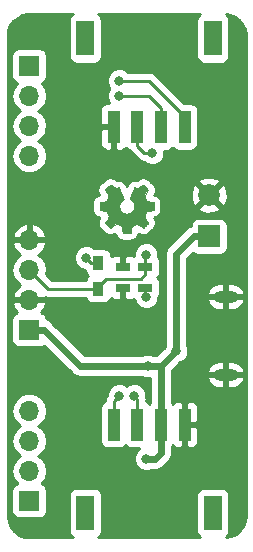
<source format=gbr>
G04 #@! TF.GenerationSoftware,KiCad,Pcbnew,5.0.1*
G04 #@! TF.CreationDate,2018-11-17T00:42:23+11:00*
G04 #@! TF.ProjectId,grove-level-shifter,67726F76652D6C6576656C2D73686966,rev?*
G04 #@! TF.SameCoordinates,Original*
G04 #@! TF.FileFunction,Copper,L2,Bot,Signal*
G04 #@! TF.FilePolarity,Positive*
%FSLAX46Y46*%
G04 Gerber Fmt 4.6, Leading zero omitted, Abs format (unit mm)*
G04 Created by KiCad (PCBNEW 5.0.1) date Sat 17 Nov 2018 00:42:23 AEDT*
%MOMM*%
%LPD*%
G01*
G04 APERTURE LIST*
G04 #@! TA.AperFunction,EtchedComponent*
%ADD10C,0.010000*%
G04 #@! TD*
G04 #@! TA.AperFunction,SMDPad,CuDef*
%ADD11R,1.200000X0.750000*%
G04 #@! TD*
G04 #@! TA.AperFunction,SMDPad,CuDef*
%ADD12R,1.008380X2.738120*%
G04 #@! TD*
G04 #@! TA.AperFunction,SMDPad,CuDef*
%ADD13R,1.498600X2.999740*%
G04 #@! TD*
G04 #@! TA.AperFunction,ComponentPad*
%ADD14O,1.700000X1.700000*%
G04 #@! TD*
G04 #@! TA.AperFunction,ComponentPad*
%ADD15R,1.700000X1.700000*%
G04 #@! TD*
G04 #@! TA.AperFunction,ComponentPad*
%ADD16O,2.032000X1.016000*%
G04 #@! TD*
G04 #@! TA.AperFunction,ComponentPad*
%ADD17C,1.849120*%
G04 #@! TD*
G04 #@! TA.AperFunction,ComponentPad*
%ADD18R,1.849120X1.849120*%
G04 #@! TD*
G04 #@! TA.AperFunction,SMDPad,CuDef*
%ADD19R,0.900000X1.200000*%
G04 #@! TD*
G04 #@! TA.AperFunction,ViaPad*
%ADD20C,0.800000*%
G04 #@! TD*
G04 #@! TA.AperFunction,Conductor*
%ADD21C,0.250000*%
G04 #@! TD*
G04 #@! TA.AperFunction,Conductor*
%ADD22C,0.600000*%
G04 #@! TD*
G04 #@! TA.AperFunction,Conductor*
%ADD23C,0.254000*%
G04 #@! TD*
G04 APERTURE END LIST*
D10*
G04 #@! TO.C,Z1*
G36*
X38838910Y-44667652D02*
X38917454Y-44667222D01*
X38974298Y-44666058D01*
X39013105Y-44663793D01*
X39037538Y-44660060D01*
X39051262Y-44654494D01*
X39057940Y-44646727D01*
X39061236Y-44636395D01*
X39061556Y-44635057D01*
X39066562Y-44610921D01*
X39075829Y-44563299D01*
X39088392Y-44497259D01*
X39103287Y-44417872D01*
X39119551Y-44330204D01*
X39120119Y-44327125D01*
X39136410Y-44241211D01*
X39151652Y-44165304D01*
X39164861Y-44103955D01*
X39175054Y-44061718D01*
X39181248Y-44043145D01*
X39181543Y-44042816D01*
X39199788Y-44033747D01*
X39237405Y-44018633D01*
X39286271Y-44000738D01*
X39286543Y-44000642D01*
X39348093Y-43977507D01*
X39420657Y-43948035D01*
X39489057Y-43918403D01*
X39492294Y-43916938D01*
X39603702Y-43866374D01*
X39850399Y-44034840D01*
X39926077Y-44086197D01*
X39994631Y-44132111D01*
X40052088Y-44169970D01*
X40094476Y-44197163D01*
X40117825Y-44211079D01*
X40120042Y-44212111D01*
X40137010Y-44207516D01*
X40168701Y-44185345D01*
X40216352Y-44144553D01*
X40281198Y-44084095D01*
X40347397Y-44019773D01*
X40411214Y-43956388D01*
X40468329Y-43898549D01*
X40515305Y-43849825D01*
X40548703Y-43813790D01*
X40565085Y-43794016D01*
X40565694Y-43792998D01*
X40567505Y-43779428D01*
X40560683Y-43757267D01*
X40543540Y-43723522D01*
X40514393Y-43675200D01*
X40471555Y-43609308D01*
X40414448Y-43524483D01*
X40363766Y-43449823D01*
X40318461Y-43382860D01*
X40281150Y-43327484D01*
X40254452Y-43287580D01*
X40240985Y-43267038D01*
X40240137Y-43265644D01*
X40241781Y-43245962D01*
X40254245Y-43207707D01*
X40275048Y-43158111D01*
X40282462Y-43142272D01*
X40314814Y-43071710D01*
X40349328Y-42991647D01*
X40377365Y-42922371D01*
X40397568Y-42870955D01*
X40413615Y-42831881D01*
X40422888Y-42811459D01*
X40424041Y-42809886D01*
X40441096Y-42807279D01*
X40481298Y-42800137D01*
X40539302Y-42789477D01*
X40609763Y-42776315D01*
X40687335Y-42761667D01*
X40766672Y-42746551D01*
X40842431Y-42731982D01*
X40909264Y-42718978D01*
X40961828Y-42708555D01*
X40994776Y-42701730D01*
X41002857Y-42699801D01*
X41011205Y-42695038D01*
X41017506Y-42684282D01*
X41022045Y-42663902D01*
X41025104Y-42630266D01*
X41026967Y-42579745D01*
X41027918Y-42508708D01*
X41028240Y-42413524D01*
X41028257Y-42374508D01*
X41028257Y-42057201D01*
X40952057Y-42042161D01*
X40909663Y-42034005D01*
X40846400Y-42022101D01*
X40769962Y-42007884D01*
X40688043Y-41992790D01*
X40665400Y-41988645D01*
X40589806Y-41973947D01*
X40523953Y-41959495D01*
X40473366Y-41946625D01*
X40443574Y-41936678D01*
X40438612Y-41933713D01*
X40426426Y-41912717D01*
X40408953Y-41872033D01*
X40389577Y-41819678D01*
X40385734Y-41808400D01*
X40360339Y-41738477D01*
X40328817Y-41659582D01*
X40297969Y-41588734D01*
X40297817Y-41588405D01*
X40246447Y-41477267D01*
X40415399Y-41228747D01*
X40584352Y-40980228D01*
X40367429Y-40762942D01*
X40301819Y-40698274D01*
X40241979Y-40641267D01*
X40191267Y-40594967D01*
X40153046Y-40562416D01*
X40130675Y-40546657D01*
X40127466Y-40545657D01*
X40108626Y-40553531D01*
X40070180Y-40575422D01*
X40016330Y-40608733D01*
X39951276Y-40650869D01*
X39880940Y-40698057D01*
X39809555Y-40746190D01*
X39745908Y-40788072D01*
X39694041Y-40821129D01*
X39657995Y-40842782D01*
X39641867Y-40850457D01*
X39622189Y-40843963D01*
X39584875Y-40826850D01*
X39537621Y-40802674D01*
X39532612Y-40799987D01*
X39468977Y-40768073D01*
X39425341Y-40752421D01*
X39398202Y-40752255D01*
X39384057Y-40766796D01*
X39383975Y-40767000D01*
X39376905Y-40784221D01*
X39360042Y-40825101D01*
X39334695Y-40886475D01*
X39302171Y-40965181D01*
X39263778Y-41058053D01*
X39220822Y-41161928D01*
X39179222Y-41262498D01*
X39133504Y-41373484D01*
X39091526Y-41476297D01*
X39054548Y-41567785D01*
X39023827Y-41644799D01*
X39000622Y-41704185D01*
X38986190Y-41742791D01*
X38981743Y-41757200D01*
X38992896Y-41773728D01*
X39022069Y-41800070D01*
X39060971Y-41829113D01*
X39171757Y-41920961D01*
X39258351Y-42026241D01*
X39319716Y-42142734D01*
X39354815Y-42268224D01*
X39362608Y-42400493D01*
X39356943Y-42461543D01*
X39326078Y-42588205D01*
X39272920Y-42700059D01*
X39200767Y-42795999D01*
X39112917Y-42874924D01*
X39012665Y-42935730D01*
X38903310Y-42977313D01*
X38788147Y-42998572D01*
X38670475Y-42998401D01*
X38553590Y-42975699D01*
X38440789Y-42929362D01*
X38335369Y-42858287D01*
X38291368Y-42818089D01*
X38206979Y-42714871D01*
X38148222Y-42602075D01*
X38114704Y-42482990D01*
X38106035Y-42360905D01*
X38121823Y-42239107D01*
X38161678Y-42120884D01*
X38225207Y-42009525D01*
X38312021Y-41908316D01*
X38409029Y-41829113D01*
X38449437Y-41798838D01*
X38477982Y-41772781D01*
X38488257Y-41757175D01*
X38482877Y-41740157D01*
X38467575Y-41699500D01*
X38443612Y-41638358D01*
X38412244Y-41559881D01*
X38374732Y-41467220D01*
X38332333Y-41363528D01*
X38290663Y-41262474D01*
X38244690Y-41151393D01*
X38202107Y-41048459D01*
X38164221Y-40956835D01*
X38132340Y-40879684D01*
X38107771Y-40820169D01*
X38091820Y-40781456D01*
X38085910Y-40767000D01*
X38071948Y-40752315D01*
X38044940Y-40752358D01*
X38001413Y-40767901D01*
X37937890Y-40799716D01*
X37937388Y-40799987D01*
X37889560Y-40824677D01*
X37850897Y-40842662D01*
X37829095Y-40850386D01*
X37828133Y-40850457D01*
X37811721Y-40842622D01*
X37775487Y-40820835D01*
X37723474Y-40787672D01*
X37659725Y-40745709D01*
X37589060Y-40698057D01*
X37517116Y-40649809D01*
X37452274Y-40607849D01*
X37398735Y-40574773D01*
X37360697Y-40553179D01*
X37342533Y-40545657D01*
X37325808Y-40555543D01*
X37292180Y-40583174D01*
X37245010Y-40625505D01*
X37187658Y-40679495D01*
X37123484Y-40742101D01*
X37102497Y-40763017D01*
X36885499Y-40980377D01*
X37050668Y-41222780D01*
X37100864Y-41297219D01*
X37144919Y-41364028D01*
X37180362Y-41419335D01*
X37204719Y-41459271D01*
X37215522Y-41479964D01*
X37215838Y-41481437D01*
X37210143Y-41500942D01*
X37194826Y-41540178D01*
X37172537Y-41592570D01*
X37156893Y-41627645D01*
X37127641Y-41694799D01*
X37100094Y-41762642D01*
X37078737Y-41819966D01*
X37072935Y-41837428D01*
X37056452Y-41884062D01*
X37040340Y-41920095D01*
X37031490Y-41933713D01*
X37011960Y-41942048D01*
X36969334Y-41953863D01*
X36909145Y-41967819D01*
X36836922Y-41982578D01*
X36804600Y-41988645D01*
X36722522Y-42003727D01*
X36643795Y-42018331D01*
X36576109Y-42031020D01*
X36527160Y-42040358D01*
X36517943Y-42042161D01*
X36441743Y-42057201D01*
X36441743Y-42374508D01*
X36441914Y-42478846D01*
X36442616Y-42557787D01*
X36444134Y-42614962D01*
X36446749Y-42654001D01*
X36450746Y-42678535D01*
X36456409Y-42692195D01*
X36464020Y-42698611D01*
X36467143Y-42699801D01*
X36485978Y-42704020D01*
X36527588Y-42712438D01*
X36586630Y-42724039D01*
X36657757Y-42737805D01*
X36735625Y-42752720D01*
X36814887Y-42767768D01*
X36890198Y-42781931D01*
X36956213Y-42794194D01*
X37007587Y-42803539D01*
X37038975Y-42808950D01*
X37045959Y-42809886D01*
X37052285Y-42822404D01*
X37066290Y-42855754D01*
X37085355Y-42903623D01*
X37092634Y-42922371D01*
X37121996Y-42994805D01*
X37156571Y-43074830D01*
X37187537Y-43142272D01*
X37210323Y-43193841D01*
X37225482Y-43236215D01*
X37230542Y-43262166D01*
X37229736Y-43265644D01*
X37219041Y-43282064D01*
X37194620Y-43318583D01*
X37159095Y-43371313D01*
X37115087Y-43436365D01*
X37065217Y-43509849D01*
X37055356Y-43524355D01*
X36997492Y-43610296D01*
X36954956Y-43675739D01*
X36926054Y-43723696D01*
X36909090Y-43757180D01*
X36902367Y-43779205D01*
X36904190Y-43792783D01*
X36904236Y-43792869D01*
X36918586Y-43810703D01*
X36950323Y-43845183D01*
X36996010Y-43892732D01*
X37052204Y-43949778D01*
X37115468Y-44012745D01*
X37122602Y-44019773D01*
X37202330Y-44096980D01*
X37263857Y-44153670D01*
X37308421Y-44190890D01*
X37337257Y-44209685D01*
X37349958Y-44212111D01*
X37368494Y-44201529D01*
X37406961Y-44177084D01*
X37461386Y-44141388D01*
X37527798Y-44097053D01*
X37602225Y-44046689D01*
X37619601Y-44034840D01*
X37866297Y-43866374D01*
X37977706Y-43916938D01*
X38045457Y-43946405D01*
X38118183Y-43976041D01*
X38180703Y-43999670D01*
X38183457Y-44000642D01*
X38232360Y-44018543D01*
X38270057Y-44033680D01*
X38288425Y-44042790D01*
X38288456Y-44042816D01*
X38294285Y-44059283D01*
X38304192Y-44099781D01*
X38317195Y-44159758D01*
X38332309Y-44234660D01*
X38348552Y-44319936D01*
X38349881Y-44327125D01*
X38366175Y-44414986D01*
X38381133Y-44494740D01*
X38393791Y-44561319D01*
X38403186Y-44609653D01*
X38408354Y-44634675D01*
X38408444Y-44635057D01*
X38411589Y-44645701D01*
X38417704Y-44653738D01*
X38430453Y-44659533D01*
X38453500Y-44663453D01*
X38490509Y-44665865D01*
X38545144Y-44667135D01*
X38621067Y-44667629D01*
X38721944Y-44667714D01*
X38735000Y-44667714D01*
X38838910Y-44667652D01*
X38838910Y-44667652D01*
G37*
X38838910Y-44667652D02*
X38917454Y-44667222D01*
X38974298Y-44666058D01*
X39013105Y-44663793D01*
X39037538Y-44660060D01*
X39051262Y-44654494D01*
X39057940Y-44646727D01*
X39061236Y-44636395D01*
X39061556Y-44635057D01*
X39066562Y-44610921D01*
X39075829Y-44563299D01*
X39088392Y-44497259D01*
X39103287Y-44417872D01*
X39119551Y-44330204D01*
X39120119Y-44327125D01*
X39136410Y-44241211D01*
X39151652Y-44165304D01*
X39164861Y-44103955D01*
X39175054Y-44061718D01*
X39181248Y-44043145D01*
X39181543Y-44042816D01*
X39199788Y-44033747D01*
X39237405Y-44018633D01*
X39286271Y-44000738D01*
X39286543Y-44000642D01*
X39348093Y-43977507D01*
X39420657Y-43948035D01*
X39489057Y-43918403D01*
X39492294Y-43916938D01*
X39603702Y-43866374D01*
X39850399Y-44034840D01*
X39926077Y-44086197D01*
X39994631Y-44132111D01*
X40052088Y-44169970D01*
X40094476Y-44197163D01*
X40117825Y-44211079D01*
X40120042Y-44212111D01*
X40137010Y-44207516D01*
X40168701Y-44185345D01*
X40216352Y-44144553D01*
X40281198Y-44084095D01*
X40347397Y-44019773D01*
X40411214Y-43956388D01*
X40468329Y-43898549D01*
X40515305Y-43849825D01*
X40548703Y-43813790D01*
X40565085Y-43794016D01*
X40565694Y-43792998D01*
X40567505Y-43779428D01*
X40560683Y-43757267D01*
X40543540Y-43723522D01*
X40514393Y-43675200D01*
X40471555Y-43609308D01*
X40414448Y-43524483D01*
X40363766Y-43449823D01*
X40318461Y-43382860D01*
X40281150Y-43327484D01*
X40254452Y-43287580D01*
X40240985Y-43267038D01*
X40240137Y-43265644D01*
X40241781Y-43245962D01*
X40254245Y-43207707D01*
X40275048Y-43158111D01*
X40282462Y-43142272D01*
X40314814Y-43071710D01*
X40349328Y-42991647D01*
X40377365Y-42922371D01*
X40397568Y-42870955D01*
X40413615Y-42831881D01*
X40422888Y-42811459D01*
X40424041Y-42809886D01*
X40441096Y-42807279D01*
X40481298Y-42800137D01*
X40539302Y-42789477D01*
X40609763Y-42776315D01*
X40687335Y-42761667D01*
X40766672Y-42746551D01*
X40842431Y-42731982D01*
X40909264Y-42718978D01*
X40961828Y-42708555D01*
X40994776Y-42701730D01*
X41002857Y-42699801D01*
X41011205Y-42695038D01*
X41017506Y-42684282D01*
X41022045Y-42663902D01*
X41025104Y-42630266D01*
X41026967Y-42579745D01*
X41027918Y-42508708D01*
X41028240Y-42413524D01*
X41028257Y-42374508D01*
X41028257Y-42057201D01*
X40952057Y-42042161D01*
X40909663Y-42034005D01*
X40846400Y-42022101D01*
X40769962Y-42007884D01*
X40688043Y-41992790D01*
X40665400Y-41988645D01*
X40589806Y-41973947D01*
X40523953Y-41959495D01*
X40473366Y-41946625D01*
X40443574Y-41936678D01*
X40438612Y-41933713D01*
X40426426Y-41912717D01*
X40408953Y-41872033D01*
X40389577Y-41819678D01*
X40385734Y-41808400D01*
X40360339Y-41738477D01*
X40328817Y-41659582D01*
X40297969Y-41588734D01*
X40297817Y-41588405D01*
X40246447Y-41477267D01*
X40415399Y-41228747D01*
X40584352Y-40980228D01*
X40367429Y-40762942D01*
X40301819Y-40698274D01*
X40241979Y-40641267D01*
X40191267Y-40594967D01*
X40153046Y-40562416D01*
X40130675Y-40546657D01*
X40127466Y-40545657D01*
X40108626Y-40553531D01*
X40070180Y-40575422D01*
X40016330Y-40608733D01*
X39951276Y-40650869D01*
X39880940Y-40698057D01*
X39809555Y-40746190D01*
X39745908Y-40788072D01*
X39694041Y-40821129D01*
X39657995Y-40842782D01*
X39641867Y-40850457D01*
X39622189Y-40843963D01*
X39584875Y-40826850D01*
X39537621Y-40802674D01*
X39532612Y-40799987D01*
X39468977Y-40768073D01*
X39425341Y-40752421D01*
X39398202Y-40752255D01*
X39384057Y-40766796D01*
X39383975Y-40767000D01*
X39376905Y-40784221D01*
X39360042Y-40825101D01*
X39334695Y-40886475D01*
X39302171Y-40965181D01*
X39263778Y-41058053D01*
X39220822Y-41161928D01*
X39179222Y-41262498D01*
X39133504Y-41373484D01*
X39091526Y-41476297D01*
X39054548Y-41567785D01*
X39023827Y-41644799D01*
X39000622Y-41704185D01*
X38986190Y-41742791D01*
X38981743Y-41757200D01*
X38992896Y-41773728D01*
X39022069Y-41800070D01*
X39060971Y-41829113D01*
X39171757Y-41920961D01*
X39258351Y-42026241D01*
X39319716Y-42142734D01*
X39354815Y-42268224D01*
X39362608Y-42400493D01*
X39356943Y-42461543D01*
X39326078Y-42588205D01*
X39272920Y-42700059D01*
X39200767Y-42795999D01*
X39112917Y-42874924D01*
X39012665Y-42935730D01*
X38903310Y-42977313D01*
X38788147Y-42998572D01*
X38670475Y-42998401D01*
X38553590Y-42975699D01*
X38440789Y-42929362D01*
X38335369Y-42858287D01*
X38291368Y-42818089D01*
X38206979Y-42714871D01*
X38148222Y-42602075D01*
X38114704Y-42482990D01*
X38106035Y-42360905D01*
X38121823Y-42239107D01*
X38161678Y-42120884D01*
X38225207Y-42009525D01*
X38312021Y-41908316D01*
X38409029Y-41829113D01*
X38449437Y-41798838D01*
X38477982Y-41772781D01*
X38488257Y-41757175D01*
X38482877Y-41740157D01*
X38467575Y-41699500D01*
X38443612Y-41638358D01*
X38412244Y-41559881D01*
X38374732Y-41467220D01*
X38332333Y-41363528D01*
X38290663Y-41262474D01*
X38244690Y-41151393D01*
X38202107Y-41048459D01*
X38164221Y-40956835D01*
X38132340Y-40879684D01*
X38107771Y-40820169D01*
X38091820Y-40781456D01*
X38085910Y-40767000D01*
X38071948Y-40752315D01*
X38044940Y-40752358D01*
X38001413Y-40767901D01*
X37937890Y-40799716D01*
X37937388Y-40799987D01*
X37889560Y-40824677D01*
X37850897Y-40842662D01*
X37829095Y-40850386D01*
X37828133Y-40850457D01*
X37811721Y-40842622D01*
X37775487Y-40820835D01*
X37723474Y-40787672D01*
X37659725Y-40745709D01*
X37589060Y-40698057D01*
X37517116Y-40649809D01*
X37452274Y-40607849D01*
X37398735Y-40574773D01*
X37360697Y-40553179D01*
X37342533Y-40545657D01*
X37325808Y-40555543D01*
X37292180Y-40583174D01*
X37245010Y-40625505D01*
X37187658Y-40679495D01*
X37123484Y-40742101D01*
X37102497Y-40763017D01*
X36885499Y-40980377D01*
X37050668Y-41222780D01*
X37100864Y-41297219D01*
X37144919Y-41364028D01*
X37180362Y-41419335D01*
X37204719Y-41459271D01*
X37215522Y-41479964D01*
X37215838Y-41481437D01*
X37210143Y-41500942D01*
X37194826Y-41540178D01*
X37172537Y-41592570D01*
X37156893Y-41627645D01*
X37127641Y-41694799D01*
X37100094Y-41762642D01*
X37078737Y-41819966D01*
X37072935Y-41837428D01*
X37056452Y-41884062D01*
X37040340Y-41920095D01*
X37031490Y-41933713D01*
X37011960Y-41942048D01*
X36969334Y-41953863D01*
X36909145Y-41967819D01*
X36836922Y-41982578D01*
X36804600Y-41988645D01*
X36722522Y-42003727D01*
X36643795Y-42018331D01*
X36576109Y-42031020D01*
X36527160Y-42040358D01*
X36517943Y-42042161D01*
X36441743Y-42057201D01*
X36441743Y-42374508D01*
X36441914Y-42478846D01*
X36442616Y-42557787D01*
X36444134Y-42614962D01*
X36446749Y-42654001D01*
X36450746Y-42678535D01*
X36456409Y-42692195D01*
X36464020Y-42698611D01*
X36467143Y-42699801D01*
X36485978Y-42704020D01*
X36527588Y-42712438D01*
X36586630Y-42724039D01*
X36657757Y-42737805D01*
X36735625Y-42752720D01*
X36814887Y-42767768D01*
X36890198Y-42781931D01*
X36956213Y-42794194D01*
X37007587Y-42803539D01*
X37038975Y-42808950D01*
X37045959Y-42809886D01*
X37052285Y-42822404D01*
X37066290Y-42855754D01*
X37085355Y-42903623D01*
X37092634Y-42922371D01*
X37121996Y-42994805D01*
X37156571Y-43074830D01*
X37187537Y-43142272D01*
X37210323Y-43193841D01*
X37225482Y-43236215D01*
X37230542Y-43262166D01*
X37229736Y-43265644D01*
X37219041Y-43282064D01*
X37194620Y-43318583D01*
X37159095Y-43371313D01*
X37115087Y-43436365D01*
X37065217Y-43509849D01*
X37055356Y-43524355D01*
X36997492Y-43610296D01*
X36954956Y-43675739D01*
X36926054Y-43723696D01*
X36909090Y-43757180D01*
X36902367Y-43779205D01*
X36904190Y-43792783D01*
X36904236Y-43792869D01*
X36918586Y-43810703D01*
X36950323Y-43845183D01*
X36996010Y-43892732D01*
X37052204Y-43949778D01*
X37115468Y-44012745D01*
X37122602Y-44019773D01*
X37202330Y-44096980D01*
X37263857Y-44153670D01*
X37308421Y-44190890D01*
X37337257Y-44209685D01*
X37349958Y-44212111D01*
X37368494Y-44201529D01*
X37406961Y-44177084D01*
X37461386Y-44141388D01*
X37527798Y-44097053D01*
X37602225Y-44046689D01*
X37619601Y-44034840D01*
X37866297Y-43866374D01*
X37977706Y-43916938D01*
X38045457Y-43946405D01*
X38118183Y-43976041D01*
X38180703Y-43999670D01*
X38183457Y-44000642D01*
X38232360Y-44018543D01*
X38270057Y-44033680D01*
X38288425Y-44042790D01*
X38288456Y-44042816D01*
X38294285Y-44059283D01*
X38304192Y-44099781D01*
X38317195Y-44159758D01*
X38332309Y-44234660D01*
X38348552Y-44319936D01*
X38349881Y-44327125D01*
X38366175Y-44414986D01*
X38381133Y-44494740D01*
X38393791Y-44561319D01*
X38403186Y-44609653D01*
X38408354Y-44634675D01*
X38408444Y-44635057D01*
X38411589Y-44645701D01*
X38417704Y-44653738D01*
X38430453Y-44659533D01*
X38453500Y-44663453D01*
X38490509Y-44665865D01*
X38545144Y-44667135D01*
X38621067Y-44667629D01*
X38721944Y-44667714D01*
X38735000Y-44667714D01*
X38838910Y-44667652D01*
G04 #@! TD*
D11*
G04 #@! TO.P,C1,1*
G04 #@! TO.N,GND*
X38420000Y-47498000D03*
G04 #@! TO.P,C1,2*
G04 #@! TO.N,+3V3*
X40320000Y-47498000D03*
G04 #@! TD*
G04 #@! TO.P,C2,2*
G04 #@! TO.N,GND*
X38420000Y-49276000D03*
G04 #@! TO.P,C2,1*
G04 #@! TO.N,+5V*
X40320000Y-49276000D03*
G04 #@! TD*
D12*
G04 #@! TO.P,J2,1*
G04 #@! TO.N,IN_2_DATA*
X43639740Y-35659060D03*
G04 #@! TO.P,J2,2*
G04 #@! TO.N,IN_2_CLK*
X41638220Y-35659060D03*
G04 #@! TO.P,J2,3*
G04 #@! TO.N,+3V3*
X39641780Y-35659060D03*
G04 #@! TO.P,J2,4*
G04 #@! TO.N,GND*
X37640260Y-35659060D03*
D13*
G04 #@! TO.P,J2,SS1*
G04 #@! TO.N,N/C*
X46037500Y-28160980D03*
G04 #@! TO.P,J2,SS2*
X35242500Y-28160980D03*
G04 #@! TD*
D12*
G04 #@! TO.P,J4,1*
G04 #@! TO.N,OUT_2_DATA*
X37640260Y-60860940D03*
G04 #@! TO.P,J4,2*
G04 #@! TO.N,OUT_2_CLK*
X39641780Y-60860940D03*
G04 #@! TO.P,J4,3*
G04 #@! TO.N,+5V*
X41638220Y-60860940D03*
G04 #@! TO.P,J4,4*
G04 #@! TO.N,GND*
X43639740Y-60860940D03*
D13*
G04 #@! TO.P,J4,SS1*
G04 #@! TO.N,N/C*
X35242500Y-68359020D03*
G04 #@! TO.P,J4,SS2*
X46037500Y-68359020D03*
G04 #@! TD*
D14*
G04 #@! TO.P,J5,4*
G04 #@! TO.N,GND*
X30480000Y-45212000D03*
G04 #@! TO.P,J5,3*
G04 #@! TO.N,+3V3*
X30480000Y-47752000D03*
G04 #@! TO.P,J5,2*
G04 #@! TO.N,GND*
X30480000Y-50292000D03*
D15*
G04 #@! TO.P,J5,1*
G04 #@! TO.N,+5V*
X30480000Y-52832000D03*
G04 #@! TD*
D14*
G04 #@! TO.P,J6,4*
G04 #@! TO.N,Net-(J6-Pad4)*
X30480000Y-38100000D03*
G04 #@! TO.P,J6,3*
G04 #@! TO.N,Net-(J6-Pad3)*
X30480000Y-35560000D03*
G04 #@! TO.P,J6,2*
G04 #@! TO.N,Net-(J6-Pad2)*
X30480000Y-33020000D03*
D15*
G04 #@! TO.P,J6,1*
G04 #@! TO.N,Net-(J6-Pad1)*
X30480000Y-30480000D03*
G04 #@! TD*
G04 #@! TO.P,J7,1*
G04 #@! TO.N,Net-(J7-Pad1)*
X30480000Y-67310000D03*
D14*
G04 #@! TO.P,J7,2*
G04 #@! TO.N,Net-(J7-Pad2)*
X30480000Y-64770000D03*
G04 #@! TO.P,J7,3*
G04 #@! TO.N,Net-(J7-Pad3)*
X30480000Y-62230000D03*
G04 #@! TO.P,J7,4*
G04 #@! TO.N,Net-(J7-Pad4)*
X30480000Y-59690000D03*
G04 #@! TD*
D16*
G04 #@! TO.P,J8,S5*
G04 #@! TO.N,GND*
X47124620Y-50040540D03*
G04 #@! TO.P,J8,S2*
X47124620Y-56639460D03*
G04 #@! TD*
D17*
G04 #@! TO.P,J9,2*
G04 #@! TO.N,GND*
X45720000Y-41432480D03*
D18*
G04 #@! TO.P,J9,1*
G04 #@! TO.N,+5V*
X45720000Y-44927520D03*
G04 #@! TD*
D19*
G04 #@! TO.P,R1,2*
G04 #@! TO.N,Net-(R1-Pad2)*
X36322000Y-47160000D03*
G04 #@! TO.P,R1,1*
G04 #@! TO.N,+3V3*
X36322000Y-49360000D03*
G04 #@! TD*
D20*
G04 #@! TO.N,GND*
X37846000Y-63373000D03*
G04 #@! TO.N,+3V3*
X40386000Y-46482000D03*
X40894000Y-37846000D03*
G04 #@! TO.N,+5V*
X40386000Y-50038000D03*
X42926000Y-54610000D03*
X40386000Y-63754000D03*
X40513000Y-55897780D03*
G04 #@! TO.N,IN_2_DATA*
X38100000Y-31750000D03*
G04 #@! TO.N,IN_2_CLK*
X38100000Y-33020000D03*
G04 #@! TO.N,OUT_2_DATA*
X38100000Y-58420000D03*
G04 #@! TO.N,OUT_2_CLK*
X39370000Y-58420000D03*
G04 #@! TO.N,Net-(R1-Pad2)*
X35306000Y-46736000D03*
G04 #@! TD*
D21*
G04 #@! TO.N,+3V3*
X40320000Y-47498000D02*
X40320000Y-46548000D01*
X40320000Y-46548000D02*
X40386000Y-46482000D01*
X39641780Y-37278120D02*
X39641780Y-35659060D01*
X40209660Y-37846000D02*
X39641780Y-37278120D01*
X40894000Y-37846000D02*
X40209660Y-37846000D01*
X36322000Y-49210000D02*
X36322000Y-49360000D01*
X37022000Y-48510000D02*
X36322000Y-49210000D01*
X39933000Y-48510000D02*
X37022000Y-48510000D01*
X40320000Y-48123000D02*
X39933000Y-48510000D01*
X40320000Y-47498000D02*
X40320000Y-48123000D01*
X32088000Y-49360000D02*
X30480000Y-47752000D01*
X36322000Y-49360000D02*
X32088000Y-49360000D01*
G04 #@! TO.N,+5V*
X40320000Y-49276000D02*
X40320000Y-49972000D01*
X40320000Y-49972000D02*
X40386000Y-50038000D01*
D22*
X44395440Y-44927520D02*
X42926000Y-46396960D01*
X45720000Y-44927520D02*
X44395440Y-44927520D01*
X42926000Y-46396960D02*
X42926000Y-54610000D01*
X41638220Y-55897780D02*
X41638220Y-60860940D01*
X42926000Y-54610000D02*
X41638220Y-55897780D01*
X31730000Y-52832000D02*
X34795780Y-55897780D01*
X30480000Y-52832000D02*
X31730000Y-52832000D01*
X40386000Y-63754000D02*
X41148000Y-63754000D01*
X41638220Y-63263780D02*
X41638220Y-60860940D01*
X41148000Y-63754000D02*
X41638220Y-63263780D01*
X34795780Y-55897780D02*
X40513000Y-55897780D01*
X40513000Y-55897780D02*
X41638220Y-55897780D01*
D21*
G04 #@! TO.N,IN_2_DATA*
X40595550Y-31750000D02*
X38100000Y-31750000D01*
X43639740Y-35659060D02*
X43639740Y-34794190D01*
X43639740Y-34794190D02*
X40595550Y-31750000D01*
G04 #@! TO.N,IN_2_CLK*
X41638220Y-35659060D02*
X41638220Y-34018220D01*
X41638220Y-34018220D02*
X40640000Y-33020000D01*
X40640000Y-33020000D02*
X38100000Y-33020000D01*
G04 #@! TO.N,OUT_2_DATA*
X37640260Y-58879740D02*
X37640260Y-60860940D01*
X38100000Y-58420000D02*
X37640260Y-58879740D01*
G04 #@! TO.N,OUT_2_CLK*
X39641780Y-58691780D02*
X39641780Y-60860940D01*
X39370000Y-58420000D02*
X39641780Y-58691780D01*
G04 #@! TO.N,Net-(R1-Pad2)*
X36322000Y-47160000D02*
X35730000Y-47160000D01*
X35730000Y-47160000D02*
X35306000Y-46736000D01*
G04 #@! TD*
D23*
G04 #@! TO.N,GND*
G36*
X34035391Y-26203301D02*
X33895043Y-26413345D01*
X33845760Y-26661110D01*
X33845760Y-29660850D01*
X33895043Y-29908615D01*
X34035391Y-30118659D01*
X34245435Y-30259007D01*
X34493200Y-30308290D01*
X35991800Y-30308290D01*
X36239565Y-30259007D01*
X36449609Y-30118659D01*
X36589957Y-29908615D01*
X36639240Y-29660850D01*
X36639240Y-26661110D01*
X36589957Y-26413345D01*
X36449609Y-26203301D01*
X36309975Y-26110000D01*
X44970025Y-26110000D01*
X44830391Y-26203301D01*
X44690043Y-26413345D01*
X44640760Y-26661110D01*
X44640760Y-29660850D01*
X44690043Y-29908615D01*
X44830391Y-30118659D01*
X45040435Y-30259007D01*
X45288200Y-30308290D01*
X46786800Y-30308290D01*
X47034565Y-30259007D01*
X47244609Y-30118659D01*
X47384957Y-29908615D01*
X47434240Y-29660850D01*
X47434240Y-26661110D01*
X47384957Y-26413345D01*
X47244609Y-26203301D01*
X47142195Y-26134869D01*
X47443698Y-26172958D01*
X47868893Y-26341305D01*
X48238858Y-26610101D01*
X48530356Y-26962462D01*
X48725067Y-27376244D01*
X48817093Y-27858662D01*
X48820000Y-27951164D01*
X48820001Y-68535326D01*
X48757042Y-69033699D01*
X48588697Y-69458889D01*
X48319899Y-69828859D01*
X47967541Y-70120355D01*
X47553756Y-70315067D01*
X47124504Y-70396951D01*
X47244609Y-70316699D01*
X47384957Y-70106655D01*
X47434240Y-69858890D01*
X47434240Y-66859150D01*
X47384957Y-66611385D01*
X47244609Y-66401341D01*
X47034565Y-66260993D01*
X46786800Y-66211710D01*
X45288200Y-66211710D01*
X45040435Y-66260993D01*
X44830391Y-66401341D01*
X44690043Y-66611385D01*
X44640760Y-66859150D01*
X44640760Y-69858890D01*
X44690043Y-70106655D01*
X44830391Y-70316699D01*
X44970025Y-70410000D01*
X36309975Y-70410000D01*
X36449609Y-70316699D01*
X36589957Y-70106655D01*
X36639240Y-69858890D01*
X36639240Y-66859150D01*
X36589957Y-66611385D01*
X36449609Y-66401341D01*
X36239565Y-66260993D01*
X35991800Y-66211710D01*
X34493200Y-66211710D01*
X34245435Y-66260993D01*
X34035391Y-66401341D01*
X33895043Y-66611385D01*
X33845760Y-66859150D01*
X33845760Y-69858890D01*
X33895043Y-70106655D01*
X34035391Y-70316699D01*
X34175025Y-70410000D01*
X30524667Y-70410000D01*
X30026301Y-70347042D01*
X29601111Y-70178697D01*
X29231141Y-69909899D01*
X28939645Y-69557541D01*
X28744933Y-69143756D01*
X28652907Y-68661339D01*
X28650000Y-68568836D01*
X28650000Y-59690000D01*
X28965908Y-59690000D01*
X29081161Y-60269418D01*
X29409375Y-60760625D01*
X29707761Y-60960000D01*
X29409375Y-61159375D01*
X29081161Y-61650582D01*
X28965908Y-62230000D01*
X29081161Y-62809418D01*
X29409375Y-63300625D01*
X29707761Y-63500000D01*
X29409375Y-63699375D01*
X29081161Y-64190582D01*
X28965908Y-64770000D01*
X29081161Y-65349418D01*
X29409375Y-65840625D01*
X29427619Y-65852816D01*
X29382235Y-65861843D01*
X29172191Y-66002191D01*
X29031843Y-66212235D01*
X28982560Y-66460000D01*
X28982560Y-68160000D01*
X29031843Y-68407765D01*
X29172191Y-68617809D01*
X29382235Y-68758157D01*
X29630000Y-68807440D01*
X31330000Y-68807440D01*
X31577765Y-68758157D01*
X31787809Y-68617809D01*
X31928157Y-68407765D01*
X31977440Y-68160000D01*
X31977440Y-66460000D01*
X31928157Y-66212235D01*
X31787809Y-66002191D01*
X31577765Y-65861843D01*
X31532381Y-65852816D01*
X31550625Y-65840625D01*
X31878839Y-65349418D01*
X31994092Y-64770000D01*
X31878839Y-64190582D01*
X31550625Y-63699375D01*
X31252239Y-63500000D01*
X31550625Y-63300625D01*
X31878839Y-62809418D01*
X31994092Y-62230000D01*
X31878839Y-61650582D01*
X31550625Y-61159375D01*
X31252239Y-60960000D01*
X31550625Y-60760625D01*
X31878839Y-60269418D01*
X31994092Y-59690000D01*
X31878839Y-59110582D01*
X31550625Y-58619375D01*
X31059418Y-58291161D01*
X30626256Y-58205000D01*
X30333744Y-58205000D01*
X29900582Y-58291161D01*
X29409375Y-58619375D01*
X29081161Y-59110582D01*
X28965908Y-59690000D01*
X28650000Y-59690000D01*
X28650000Y-51982000D01*
X28982560Y-51982000D01*
X28982560Y-53682000D01*
X29031843Y-53929765D01*
X29172191Y-54139809D01*
X29382235Y-54280157D01*
X29630000Y-54329440D01*
X31330000Y-54329440D01*
X31577765Y-54280157D01*
X31744475Y-54168764D01*
X34069519Y-56493808D01*
X34121683Y-56571877D01*
X34412897Y-56766460D01*
X34430961Y-56778530D01*
X34795780Y-56851097D01*
X34887866Y-56832780D01*
X40065704Y-56832780D01*
X40307126Y-56932780D01*
X40703220Y-56932780D01*
X40703221Y-59016030D01*
X40676221Y-59034071D01*
X40640000Y-59088279D01*
X40603779Y-59034071D01*
X40401780Y-58899099D01*
X40401780Y-58766627D01*
X40416668Y-58691780D01*
X40404026Y-58628225D01*
X40405000Y-58625874D01*
X40405000Y-58214126D01*
X40247431Y-57833720D01*
X39956280Y-57542569D01*
X39575874Y-57385000D01*
X39164126Y-57385000D01*
X38783720Y-57542569D01*
X38735000Y-57591289D01*
X38686280Y-57542569D01*
X38305874Y-57385000D01*
X37894126Y-57385000D01*
X37513720Y-57542569D01*
X37222569Y-57833720D01*
X37065000Y-58214126D01*
X37065000Y-58372715D01*
X36924356Y-58583204D01*
X36880260Y-58804889D01*
X36880260Y-58804893D01*
X36865372Y-58879740D01*
X36870518Y-58905608D01*
X36678261Y-59034071D01*
X36537913Y-59244115D01*
X36488630Y-59491880D01*
X36488630Y-62230000D01*
X36537913Y-62477765D01*
X36678261Y-62687809D01*
X36888305Y-62828157D01*
X37136070Y-62877440D01*
X38144450Y-62877440D01*
X38392215Y-62828157D01*
X38602259Y-62687809D01*
X38641020Y-62629800D01*
X38679781Y-62687809D01*
X38889825Y-62828157D01*
X39137590Y-62877440D01*
X39798849Y-62877440D01*
X39508569Y-63167720D01*
X39351000Y-63548126D01*
X39351000Y-63959874D01*
X39508569Y-64340280D01*
X39799720Y-64631431D01*
X40180126Y-64789000D01*
X40591874Y-64789000D01*
X40833296Y-64689000D01*
X41055914Y-64689000D01*
X41148000Y-64707317D01*
X41240086Y-64689000D01*
X41512819Y-64634750D01*
X41822097Y-64428097D01*
X41874261Y-64350028D01*
X42234248Y-63990041D01*
X42312317Y-63937877D01*
X42518970Y-63628599D01*
X42573220Y-63355866D01*
X42573220Y-63355865D01*
X42591537Y-63263780D01*
X42573220Y-63171694D01*
X42573220Y-62705849D01*
X42600219Y-62687809D01*
X42638317Y-62630792D01*
X42775851Y-62768327D01*
X43009240Y-62865000D01*
X43353990Y-62865000D01*
X43512740Y-62706250D01*
X43512740Y-60987940D01*
X43766740Y-60987940D01*
X43766740Y-62706250D01*
X43925490Y-62865000D01*
X44270240Y-62865000D01*
X44503629Y-62768327D01*
X44682257Y-62589698D01*
X44778930Y-62356309D01*
X44778930Y-61146690D01*
X44620180Y-60987940D01*
X43766740Y-60987940D01*
X43512740Y-60987940D01*
X43492740Y-60987940D01*
X43492740Y-60733940D01*
X43512740Y-60733940D01*
X43512740Y-59015630D01*
X43766740Y-59015630D01*
X43766740Y-60733940D01*
X44620180Y-60733940D01*
X44778930Y-60575190D01*
X44778930Y-59365571D01*
X44682257Y-59132182D01*
X44503629Y-58953553D01*
X44270240Y-58856880D01*
X43925490Y-58856880D01*
X43766740Y-59015630D01*
X43512740Y-59015630D01*
X43353990Y-58856880D01*
X43009240Y-58856880D01*
X42775851Y-58953553D01*
X42638317Y-59091088D01*
X42600219Y-59034071D01*
X42573220Y-59016031D01*
X42573220Y-56942594D01*
X45514549Y-56942594D01*
X45718594Y-57357881D01*
X46061880Y-57646854D01*
X46489620Y-57782460D01*
X46997620Y-57782460D01*
X46997620Y-56766460D01*
X47251620Y-56766460D01*
X47251620Y-57782460D01*
X47759620Y-57782460D01*
X48187360Y-57646854D01*
X48530646Y-57357881D01*
X48734691Y-56942594D01*
X48608642Y-56766460D01*
X47251620Y-56766460D01*
X46997620Y-56766460D01*
X45640598Y-56766460D01*
X45514549Y-56942594D01*
X42573220Y-56942594D01*
X42573220Y-56336326D01*
X45514549Y-56336326D01*
X45640598Y-56512460D01*
X46997620Y-56512460D01*
X46997620Y-55496460D01*
X47251620Y-55496460D01*
X47251620Y-56512460D01*
X48608642Y-56512460D01*
X48734691Y-56336326D01*
X48530646Y-55921039D01*
X48187360Y-55632066D01*
X47759620Y-55496460D01*
X47251620Y-55496460D01*
X46997620Y-55496460D01*
X46489620Y-55496460D01*
X46061880Y-55632066D01*
X45718594Y-55921039D01*
X45514549Y-56336326D01*
X42573220Y-56336326D01*
X42573220Y-56285069D01*
X43270859Y-55587431D01*
X43512280Y-55487431D01*
X43803431Y-55196280D01*
X43961000Y-54815874D01*
X43961000Y-54404126D01*
X43861000Y-54162704D01*
X43861000Y-50343674D01*
X45514549Y-50343674D01*
X45718594Y-50758961D01*
X46061880Y-51047934D01*
X46489620Y-51183540D01*
X46997620Y-51183540D01*
X46997620Y-50167540D01*
X47251620Y-50167540D01*
X47251620Y-51183540D01*
X47759620Y-51183540D01*
X48187360Y-51047934D01*
X48530646Y-50758961D01*
X48734691Y-50343674D01*
X48608642Y-50167540D01*
X47251620Y-50167540D01*
X46997620Y-50167540D01*
X45640598Y-50167540D01*
X45514549Y-50343674D01*
X43861000Y-50343674D01*
X43861000Y-49737406D01*
X45514549Y-49737406D01*
X45640598Y-49913540D01*
X46997620Y-49913540D01*
X46997620Y-48897540D01*
X47251620Y-48897540D01*
X47251620Y-49913540D01*
X48608642Y-49913540D01*
X48734691Y-49737406D01*
X48530646Y-49322119D01*
X48187360Y-49033146D01*
X47759620Y-48897540D01*
X47251620Y-48897540D01*
X46997620Y-48897540D01*
X46489620Y-48897540D01*
X46061880Y-49033146D01*
X45718594Y-49322119D01*
X45514549Y-49737406D01*
X43861000Y-49737406D01*
X43861000Y-46784249D01*
X44336722Y-46308528D01*
X44337631Y-46309889D01*
X44547675Y-46450237D01*
X44795440Y-46499520D01*
X46644560Y-46499520D01*
X46892325Y-46450237D01*
X47102369Y-46309889D01*
X47242717Y-46099845D01*
X47292000Y-45852080D01*
X47292000Y-44002960D01*
X47242717Y-43755195D01*
X47102369Y-43545151D01*
X46892325Y-43404803D01*
X46644560Y-43355520D01*
X44795440Y-43355520D01*
X44547675Y-43404803D01*
X44337631Y-43545151D01*
X44197283Y-43755195D01*
X44148000Y-44002960D01*
X44148000Y-44023422D01*
X44030621Y-44046770D01*
X43721343Y-44253423D01*
X43669181Y-44331489D01*
X42329972Y-45670699D01*
X42251903Y-45722863D01*
X42136404Y-45895720D01*
X42045250Y-46032142D01*
X41972683Y-46396960D01*
X41991000Y-46489046D01*
X41991001Y-54162702D01*
X41948569Y-54265141D01*
X41250931Y-54962780D01*
X40960296Y-54962780D01*
X40718874Y-54862780D01*
X40307126Y-54862780D01*
X40065704Y-54962780D01*
X35183069Y-54962780D01*
X32456261Y-52235972D01*
X32404097Y-52157903D01*
X32094819Y-51951250D01*
X31966236Y-51925673D01*
X31928157Y-51734235D01*
X31787809Y-51524191D01*
X31577765Y-51383843D01*
X31474292Y-51363261D01*
X31751645Y-51058924D01*
X31921476Y-50648890D01*
X31800155Y-50419000D01*
X30607000Y-50419000D01*
X30607000Y-50439000D01*
X30353000Y-50439000D01*
X30353000Y-50419000D01*
X29159845Y-50419000D01*
X29038524Y-50648890D01*
X29208355Y-51058924D01*
X29485708Y-51363261D01*
X29382235Y-51383843D01*
X29172191Y-51524191D01*
X29031843Y-51734235D01*
X28982560Y-51982000D01*
X28650000Y-51982000D01*
X28650000Y-47752000D01*
X28965908Y-47752000D01*
X29081161Y-48331418D01*
X29409375Y-48822625D01*
X29728478Y-49035843D01*
X29598642Y-49096817D01*
X29208355Y-49525076D01*
X29038524Y-49935110D01*
X29159845Y-50165000D01*
X30353000Y-50165000D01*
X30353000Y-50145000D01*
X30607000Y-50145000D01*
X30607000Y-50165000D01*
X31800155Y-50165000D01*
X31841881Y-50085933D01*
X32013148Y-50120000D01*
X32013152Y-50120000D01*
X32087999Y-50134888D01*
X32162846Y-50120000D01*
X35256386Y-50120000D01*
X35273843Y-50207765D01*
X35414191Y-50417809D01*
X35624235Y-50558157D01*
X35872000Y-50607440D01*
X36772000Y-50607440D01*
X37019765Y-50558157D01*
X37229809Y-50417809D01*
X37370157Y-50207765D01*
X37388172Y-50117197D01*
X37460302Y-50189327D01*
X37693691Y-50286000D01*
X38134250Y-50286000D01*
X38293000Y-50127250D01*
X38293000Y-49403000D01*
X38273000Y-49403000D01*
X38273000Y-49270000D01*
X38567000Y-49270000D01*
X38567000Y-49403000D01*
X38547000Y-49403000D01*
X38547000Y-50127250D01*
X38705750Y-50286000D01*
X39146309Y-50286000D01*
X39351000Y-50201214D01*
X39351000Y-50243874D01*
X39508569Y-50624280D01*
X39799720Y-50915431D01*
X40180126Y-51073000D01*
X40591874Y-51073000D01*
X40972280Y-50915431D01*
X41263431Y-50624280D01*
X41421000Y-50243874D01*
X41421000Y-50044170D01*
X41518157Y-49898765D01*
X41567440Y-49651000D01*
X41567440Y-48901000D01*
X41518157Y-48653235D01*
X41377809Y-48443191D01*
X41293714Y-48387000D01*
X41377809Y-48330809D01*
X41518157Y-48120765D01*
X41567440Y-47873000D01*
X41567440Y-47123000D01*
X41518157Y-46875235D01*
X41410272Y-46713774D01*
X41421000Y-46687874D01*
X41421000Y-46276126D01*
X41263431Y-45895720D01*
X40972280Y-45604569D01*
X40591874Y-45447000D01*
X40180126Y-45447000D01*
X39799720Y-45604569D01*
X39508569Y-45895720D01*
X39351000Y-46276126D01*
X39351000Y-46572786D01*
X39146309Y-46488000D01*
X38705750Y-46488000D01*
X38547000Y-46646750D01*
X38547000Y-47371000D01*
X38567000Y-47371000D01*
X38567000Y-47625000D01*
X38547000Y-47625000D01*
X38547000Y-47645000D01*
X38293000Y-47645000D01*
X38293000Y-47625000D01*
X38273000Y-47625000D01*
X38273000Y-47371000D01*
X38293000Y-47371000D01*
X38293000Y-46646750D01*
X38134250Y-46488000D01*
X37693691Y-46488000D01*
X37460302Y-46584673D01*
X37419440Y-46625535D01*
X37419440Y-46560000D01*
X37370157Y-46312235D01*
X37229809Y-46102191D01*
X37019765Y-45961843D01*
X36772000Y-45912560D01*
X35946271Y-45912560D01*
X35892280Y-45858569D01*
X35511874Y-45701000D01*
X35100126Y-45701000D01*
X34719720Y-45858569D01*
X34428569Y-46149720D01*
X34271000Y-46530126D01*
X34271000Y-46941874D01*
X34428569Y-47322280D01*
X34719720Y-47613431D01*
X35100126Y-47771000D01*
X35226748Y-47771000D01*
X35273843Y-48007765D01*
X35414191Y-48217809D01*
X35477334Y-48260000D01*
X35414191Y-48302191D01*
X35273843Y-48512235D01*
X35256386Y-48600000D01*
X32402803Y-48600000D01*
X31921209Y-48118407D01*
X31994092Y-47752000D01*
X31878839Y-47172582D01*
X31550625Y-46681375D01*
X31231522Y-46468157D01*
X31361358Y-46407183D01*
X31751645Y-45978924D01*
X31921476Y-45568890D01*
X31800155Y-45339000D01*
X30607000Y-45339000D01*
X30607000Y-45359000D01*
X30353000Y-45359000D01*
X30353000Y-45339000D01*
X29159845Y-45339000D01*
X29038524Y-45568890D01*
X29208355Y-45978924D01*
X29598642Y-46407183D01*
X29728478Y-46468157D01*
X29409375Y-46681375D01*
X29081161Y-47172582D01*
X28965908Y-47752000D01*
X28650000Y-47752000D01*
X28650000Y-44855110D01*
X29038524Y-44855110D01*
X29159845Y-45085000D01*
X30353000Y-45085000D01*
X30353000Y-43891181D01*
X30607000Y-43891181D01*
X30607000Y-45085000D01*
X31800155Y-45085000D01*
X31921476Y-44855110D01*
X31751645Y-44445076D01*
X31361358Y-44016817D01*
X30836892Y-43770514D01*
X30607000Y-43891181D01*
X30353000Y-43891181D01*
X30123108Y-43770514D01*
X29598642Y-44016817D01*
X29208355Y-44445076D01*
X29038524Y-44855110D01*
X28650000Y-44855110D01*
X28650000Y-42057201D01*
X35801743Y-42057201D01*
X35801743Y-42374508D01*
X35801847Y-42375033D01*
X35801744Y-42375557D01*
X35801915Y-42479895D01*
X35802380Y-42482212D01*
X35801939Y-42484537D01*
X35802641Y-42563478D01*
X35803813Y-42569106D01*
X35802841Y-42574773D01*
X35804359Y-42631948D01*
X35807258Y-42644736D01*
X35805565Y-42657736D01*
X35808180Y-42696775D01*
X35816143Y-42726325D01*
X35815077Y-42756911D01*
X35819074Y-42781445D01*
X35845048Y-42850903D01*
X35859537Y-42923631D01*
X35865200Y-42937291D01*
X35879666Y-42958927D01*
X35879994Y-42960360D01*
X35880878Y-42961605D01*
X35888050Y-42986420D01*
X35902478Y-43004481D01*
X35906539Y-43015341D01*
X35922917Y-43032902D01*
X35926620Y-43042487D01*
X35956490Y-43073828D01*
X36003997Y-43144880D01*
X36017475Y-43153880D01*
X36024617Y-43163933D01*
X36035122Y-43170525D01*
X36043909Y-43181525D01*
X36051520Y-43187941D01*
X36080470Y-43203909D01*
X36098905Y-43223252D01*
X36165535Y-43252745D01*
X36211671Y-43283551D01*
X36216888Y-43284587D01*
X36236135Y-43296665D01*
X36239258Y-43297855D01*
X36255895Y-43300672D01*
X36270178Y-43308550D01*
X36298857Y-43311757D01*
X36327251Y-43324325D01*
X36346086Y-43328544D01*
X36352839Y-43328706D01*
X36359072Y-43331312D01*
X36400682Y-43339730D01*
X36402509Y-43339736D01*
X36404196Y-43340430D01*
X36410240Y-43341618D01*
X36406806Y-43345388D01*
X36377904Y-43393345D01*
X36369832Y-43415733D01*
X36355143Y-43434455D01*
X36338179Y-43467939D01*
X36323230Y-43521414D01*
X36296972Y-43570335D01*
X36290249Y-43592360D01*
X36289048Y-43604336D01*
X36283752Y-43615146D01*
X36279892Y-43676442D01*
X36270949Y-43708434D01*
X36271473Y-43712779D01*
X36267954Y-43723990D01*
X36272227Y-43772138D01*
X36265341Y-43840829D01*
X36267913Y-43849360D01*
X36267290Y-43855699D01*
X36268379Y-43859285D01*
X36268059Y-43864368D01*
X36269882Y-43877946D01*
X36285725Y-43924227D01*
X36290029Y-43972728D01*
X36316499Y-44023422D01*
X36317673Y-44030938D01*
X36323311Y-44040183D01*
X36339848Y-44094640D01*
X36339894Y-44094727D01*
X36347088Y-44103488D01*
X36350756Y-44114203D01*
X36383000Y-44150780D01*
X36405611Y-44194084D01*
X36419961Y-44211917D01*
X36436479Y-44225742D01*
X36447695Y-44244133D01*
X36479432Y-44278613D01*
X36485069Y-44282727D01*
X36488829Y-44288605D01*
X36534516Y-44336154D01*
X36537842Y-44338474D01*
X36540070Y-44341863D01*
X36596264Y-44398909D01*
X36598927Y-44400718D01*
X36600722Y-44403390D01*
X36663986Y-44466357D01*
X36665378Y-44467282D01*
X36666319Y-44468668D01*
X36673453Y-44475696D01*
X36675791Y-44477233D01*
X36677381Y-44479532D01*
X36757109Y-44556739D01*
X36763900Y-44561121D01*
X36768661Y-44567651D01*
X36830188Y-44624341D01*
X36843676Y-44632576D01*
X36853597Y-44644880D01*
X36898161Y-44682100D01*
X36931663Y-44700380D01*
X36958954Y-44727055D01*
X36987790Y-44745850D01*
X37090353Y-44786968D01*
X37117368Y-44801708D01*
X37127924Y-44802840D01*
X37181312Y-44829491D01*
X37198362Y-44830692D01*
X37217182Y-44838320D01*
X37229884Y-44840746D01*
X37330274Y-44839982D01*
X37430411Y-44847034D01*
X37454351Y-44839037D01*
X37479592Y-44838845D01*
X37572042Y-44799723D01*
X37667261Y-44767916D01*
X37685797Y-44757334D01*
X37697413Y-44747246D01*
X37711754Y-44741688D01*
X37750221Y-44717244D01*
X37753612Y-44714005D01*
X37757961Y-44712247D01*
X37769658Y-44704575D01*
X37774944Y-44731769D01*
X37776387Y-44735296D01*
X37776415Y-44739105D01*
X37781583Y-44764127D01*
X37785094Y-44772431D01*
X37785410Y-44781442D01*
X37785500Y-44781824D01*
X37791934Y-44795936D01*
X37792725Y-44808818D01*
X37794273Y-44811990D01*
X37794676Y-44816408D01*
X37797821Y-44827052D01*
X37815567Y-44860837D01*
X37818454Y-44878457D01*
X37854498Y-44936577D01*
X37878832Y-44994128D01*
X37885102Y-45000306D01*
X37889084Y-45009042D01*
X37891589Y-45011377D01*
X37902255Y-45033231D01*
X37908370Y-45041268D01*
X37912046Y-45044519D01*
X37913941Y-45048126D01*
X37934079Y-45064898D01*
X37950065Y-45090675D01*
X38025688Y-45145004D01*
X38095442Y-45206682D01*
X38126335Y-45217310D01*
X38152870Y-45236373D01*
X38165619Y-45242167D01*
X38246000Y-45261011D01*
X38323138Y-45290472D01*
X38346185Y-45294392D01*
X38379594Y-45293460D01*
X38411877Y-45302098D01*
X38448887Y-45304510D01*
X38462366Y-45302730D01*
X38475636Y-45305692D01*
X38530271Y-45306962D01*
X38535641Y-45306023D01*
X38540980Y-45307121D01*
X38616903Y-45307615D01*
X38618715Y-45307267D01*
X38620528Y-45307629D01*
X38721405Y-45307714D01*
X38721675Y-45307661D01*
X38721944Y-45307714D01*
X38735000Y-45307714D01*
X38735191Y-45307676D01*
X38735382Y-45307714D01*
X38839292Y-45307652D01*
X38840853Y-45307340D01*
X38842414Y-45307642D01*
X38920958Y-45307212D01*
X38925744Y-45306233D01*
X38930557Y-45307088D01*
X38987401Y-45305924D01*
X38999409Y-45303279D01*
X39011589Y-45304971D01*
X39050396Y-45302706D01*
X39079611Y-45295101D01*
X39109766Y-45296451D01*
X39134199Y-45292718D01*
X39204557Y-45267198D01*
X39278072Y-45253140D01*
X39291796Y-45247574D01*
X39314157Y-45232871D01*
X39339937Y-45225692D01*
X39358017Y-45211535D01*
X39368949Y-45207570D01*
X39403944Y-45175573D01*
X39409028Y-45171593D01*
X39412767Y-45170080D01*
X39419042Y-45163906D01*
X39500448Y-45110380D01*
X39515480Y-45088240D01*
X39536551Y-45071741D01*
X39543228Y-45063974D01*
X39544614Y-45061519D01*
X39546819Y-45059761D01*
X39566682Y-45023844D01*
X39579333Y-45012129D01*
X39584305Y-45001319D01*
X39590778Y-44994951D01*
X39610647Y-44948069D01*
X39640715Y-44903782D01*
X39644805Y-44883988D01*
X39665961Y-44846501D01*
X39666301Y-44843705D01*
X39667667Y-44841235D01*
X39670963Y-44830903D01*
X39673656Y-44807060D01*
X39683682Y-44785261D01*
X39684002Y-44783923D01*
X39684380Y-44774091D01*
X39688219Y-44765032D01*
X39693225Y-44740896D01*
X39693258Y-44736883D01*
X39694778Y-44733169D01*
X39700348Y-44704548D01*
X39703645Y-44705888D01*
X39706511Y-44708650D01*
X39748899Y-44735843D01*
X39758865Y-44739755D01*
X39766817Y-44746926D01*
X39790166Y-44760842D01*
X39796986Y-44763263D01*
X39801519Y-44767217D01*
X39826186Y-44775517D01*
X39847737Y-44791297D01*
X39849954Y-44792329D01*
X39942395Y-44814884D01*
X40025492Y-44844383D01*
X40030134Y-44844143D01*
X40038195Y-44846856D01*
X40065736Y-44844977D01*
X40092552Y-44851520D01*
X40189474Y-44836536D01*
X40226714Y-44833995D01*
X40245036Y-44833049D01*
X40275277Y-44832402D01*
X40279908Y-44830366D01*
X40287331Y-44829860D01*
X40304299Y-44825266D01*
X40323261Y-44815852D01*
X40339336Y-44813367D01*
X40388726Y-44783352D01*
X40403009Y-44776261D01*
X40503885Y-44731923D01*
X40535576Y-44709752D01*
X40557398Y-44686975D01*
X40584903Y-44671530D01*
X40632554Y-44630738D01*
X40641070Y-44619910D01*
X40652785Y-44612662D01*
X40717631Y-44552204D01*
X40721555Y-44546754D01*
X40727192Y-44543104D01*
X40793391Y-44478782D01*
X40795422Y-44475835D01*
X40798406Y-44473856D01*
X40862223Y-44410471D01*
X40863988Y-44407849D01*
X40866604Y-44406077D01*
X40923718Y-44348238D01*
X40925864Y-44344982D01*
X40929066Y-44342757D01*
X40976042Y-44294034D01*
X40979509Y-44288635D01*
X40984702Y-44284872D01*
X41018100Y-44248837D01*
X41027546Y-44233468D01*
X41041543Y-44222089D01*
X41057925Y-44202316D01*
X41081311Y-44159048D01*
X41114308Y-44122579D01*
X41114917Y-44121561D01*
X41116422Y-44117343D01*
X41119382Y-44113980D01*
X41130110Y-44082558D01*
X41133169Y-44078800D01*
X41143168Y-44045345D01*
X41148855Y-44036091D01*
X41149312Y-44033232D01*
X41176659Y-43982634D01*
X41181606Y-43934682D01*
X41198846Y-43886372D01*
X41198622Y-43881899D01*
X41200070Y-43877659D01*
X41201881Y-43864090D01*
X41201082Y-43851563D01*
X41204675Y-43839541D01*
X41198065Y-43775146D01*
X41202286Y-43734237D01*
X41197521Y-43718263D01*
X41198770Y-43707818D01*
X41189902Y-43676229D01*
X41185990Y-43614881D01*
X41180459Y-43603616D01*
X41179178Y-43591131D01*
X41172356Y-43568971D01*
X41146174Y-43520468D01*
X41131275Y-43467397D01*
X41114132Y-43433652D01*
X41099565Y-43415128D01*
X41091564Y-43392963D01*
X41062417Y-43344641D01*
X41059660Y-43341617D01*
X41086310Y-43336332D01*
X41088871Y-43335273D01*
X41091645Y-43335251D01*
X41124592Y-43328426D01*
X41133599Y-43324611D01*
X41143374Y-43324240D01*
X41151455Y-43322311D01*
X41168381Y-43314535D01*
X41172937Y-43314265D01*
X41235551Y-43283878D01*
X41320020Y-43255685D01*
X41328368Y-43250923D01*
X41348162Y-43233743D01*
X41354536Y-43231043D01*
X41358192Y-43227328D01*
X41378368Y-43218059D01*
X41384249Y-43211713D01*
X41397594Y-43205237D01*
X41453439Y-43142364D01*
X41516953Y-43087236D01*
X41528412Y-43064296D01*
X41541405Y-43051882D01*
X41548902Y-43034889D01*
X41563427Y-43018536D01*
X41569728Y-43007780D01*
X41583632Y-42967655D01*
X41588716Y-42961365D01*
X41601559Y-42917857D01*
X41628542Y-42863839D01*
X41629339Y-42852565D01*
X41642200Y-42823413D01*
X41646739Y-42803033D01*
X41647166Y-42784309D01*
X41651490Y-42771830D01*
X41650350Y-42752575D01*
X41659415Y-42721867D01*
X41662474Y-42688231D01*
X41660631Y-42670851D01*
X41664669Y-42653850D01*
X41666532Y-42603330D01*
X41665319Y-42595787D01*
X41666910Y-42588312D01*
X41667685Y-42530418D01*
X44801667Y-42530418D01*
X44891086Y-42789448D01*
X45473472Y-43003367D01*
X46093391Y-42978132D01*
X46548914Y-42789448D01*
X46638333Y-42530418D01*
X45720000Y-41612085D01*
X44801667Y-42530418D01*
X41667685Y-42530418D01*
X41667861Y-42517276D01*
X41667267Y-42514068D01*
X41667914Y-42510873D01*
X41668236Y-42415689D01*
X41668052Y-42414747D01*
X41668240Y-42413803D01*
X41668257Y-42374787D01*
X41668229Y-42374647D01*
X41668257Y-42374508D01*
X41668257Y-42057201D01*
X41655868Y-41994916D01*
X41655774Y-41931415D01*
X41631746Y-41873649D01*
X41619540Y-41812284D01*
X41584259Y-41759482D01*
X41559871Y-41700850D01*
X41515565Y-41656675D01*
X41480805Y-41604653D01*
X41428004Y-41569373D01*
X41383034Y-41524535D01*
X41325195Y-41500677D01*
X41273174Y-41465918D01*
X41210892Y-41453529D01*
X41152186Y-41429314D01*
X41075986Y-41414274D01*
X41074417Y-41414276D01*
X41072966Y-41413686D01*
X41064650Y-41412086D01*
X41113625Y-41340048D01*
X41139101Y-41279912D01*
X41175430Y-41225640D01*
X41183358Y-41185952D01*
X44149113Y-41185952D01*
X44174348Y-41805871D01*
X44363032Y-42261394D01*
X44622062Y-42350813D01*
X45540395Y-41432480D01*
X45899605Y-41432480D01*
X46817938Y-42350813D01*
X47076968Y-42261394D01*
X47290887Y-41679008D01*
X47265652Y-41059089D01*
X47076968Y-40603566D01*
X46817938Y-40514147D01*
X45899605Y-41432480D01*
X45540395Y-41432480D01*
X44622062Y-40514147D01*
X44363032Y-40603566D01*
X44149113Y-41185952D01*
X41183358Y-41185952D01*
X41187333Y-41166060D01*
X41211033Y-41110115D01*
X41211557Y-41044806D01*
X41224351Y-40980763D01*
X41212548Y-40921164D01*
X41213035Y-40860407D01*
X41188527Y-40799871D01*
X41175839Y-40735804D01*
X41142126Y-40685257D01*
X41119326Y-40628941D01*
X41073517Y-40582391D01*
X41037278Y-40528058D01*
X40844087Y-40334542D01*
X44801667Y-40334542D01*
X45720000Y-41252875D01*
X46638333Y-40334542D01*
X46548914Y-40075512D01*
X45966528Y-39861593D01*
X45346609Y-39886828D01*
X44891086Y-40075512D01*
X44801667Y-40334542D01*
X40844087Y-40334542D01*
X40820356Y-40310772D01*
X40818169Y-40309308D01*
X40816693Y-40307133D01*
X40751083Y-40242465D01*
X40746455Y-40239421D01*
X40743266Y-40234890D01*
X40683425Y-40177883D01*
X40677594Y-40174188D01*
X40673500Y-40168626D01*
X40622788Y-40122326D01*
X40613186Y-40116523D01*
X40606229Y-40107724D01*
X40568008Y-40075172D01*
X40547418Y-40063679D01*
X40540416Y-40055014D01*
X40532645Y-40050784D01*
X40521619Y-40039201D01*
X40499248Y-40023442D01*
X40428438Y-39992045D01*
X40370503Y-39953600D01*
X40344876Y-39948587D01*
X40321083Y-39935637D01*
X40317874Y-39934638D01*
X40293017Y-39932000D01*
X40270967Y-39922223D01*
X40201325Y-39920506D01*
X40125432Y-39905660D01*
X40097692Y-39911269D01*
X40069553Y-39908283D01*
X40041489Y-39916565D01*
X40021327Y-39916068D01*
X39963292Y-39938448D01*
X39880671Y-39955155D01*
X39861831Y-39963029D01*
X39844475Y-39974706D01*
X39830049Y-39978963D01*
X39818000Y-39988700D01*
X39791950Y-39997369D01*
X39753504Y-40019260D01*
X39744568Y-40027003D01*
X39733494Y-40031141D01*
X39679644Y-40064452D01*
X39674694Y-40069066D01*
X39668404Y-40071567D01*
X39603349Y-40113703D01*
X39599573Y-40117373D01*
X39594714Y-40119396D01*
X39565886Y-40138737D01*
X39534830Y-40134105D01*
X39519699Y-40130999D01*
X39515120Y-40129739D01*
X39514151Y-40129860D01*
X39429256Y-40112433D01*
X39402117Y-40112267D01*
X39396133Y-40113419D01*
X39394442Y-40113167D01*
X39394245Y-40113216D01*
X39389368Y-40112316D01*
X39273369Y-40137059D01*
X39156906Y-40159485D01*
X39151491Y-40163056D01*
X39145146Y-40164409D01*
X39047438Y-40231665D01*
X38948430Y-40296947D01*
X38944794Y-40302318D01*
X38939450Y-40305996D01*
X38925305Y-40320537D01*
X38857966Y-40424392D01*
X38856456Y-40426705D01*
X38791927Y-40523937D01*
X38785058Y-40540670D01*
X38768504Y-40580800D01*
X38743208Y-40642050D01*
X38743207Y-40642052D01*
X38734920Y-40662105D01*
X38723829Y-40635264D01*
X38699345Y-40575955D01*
X38683887Y-40538439D01*
X38678315Y-40524809D01*
X38612995Y-40426069D01*
X38549732Y-40326014D01*
X38535770Y-40311329D01*
X38528636Y-40306298D01*
X38523775Y-40299047D01*
X38426863Y-40234515D01*
X38331706Y-40167400D01*
X38323189Y-40165481D01*
X38315923Y-40160643D01*
X38201683Y-40138108D01*
X38088095Y-40112519D01*
X38079888Y-40113937D01*
X38076749Y-40113149D01*
X38075836Y-40113284D01*
X38070929Y-40112316D01*
X38043921Y-40112359D01*
X37957236Y-40129745D01*
X37955614Y-40129542D01*
X37948471Y-40131503D01*
X37937299Y-40133744D01*
X37903989Y-40138664D01*
X37873582Y-40118272D01*
X37868651Y-40116220D01*
X37864817Y-40112497D01*
X37799975Y-40070537D01*
X37793637Y-40068020D01*
X37788647Y-40063374D01*
X37735108Y-40030298D01*
X37723814Y-40026085D01*
X37714696Y-40018205D01*
X37676658Y-39996611D01*
X37638762Y-39984054D01*
X37605565Y-39961876D01*
X37587401Y-39954354D01*
X37542809Y-39945488D01*
X37501835Y-39925801D01*
X37455187Y-39923223D01*
X37439618Y-39918064D01*
X37414196Y-39919916D01*
X37342480Y-39905657D01*
X37297890Y-39914530D01*
X37252500Y-39912022D01*
X37176531Y-39938681D01*
X37167753Y-39940428D01*
X37139664Y-39943211D01*
X37131318Y-39947678D01*
X37097566Y-39954395D01*
X37059769Y-39979655D01*
X37016872Y-39994708D01*
X37000147Y-40004594D01*
X36963211Y-40037661D01*
X36919505Y-40061056D01*
X36885877Y-40088687D01*
X36876903Y-40099635D01*
X36864723Y-40106854D01*
X36817554Y-40149185D01*
X36812904Y-40155391D01*
X36806327Y-40159504D01*
X36748974Y-40213494D01*
X36745604Y-40218222D01*
X36740741Y-40221385D01*
X36676567Y-40283991D01*
X36674600Y-40286857D01*
X36671703Y-40288786D01*
X36650716Y-40309703D01*
X36650257Y-40310388D01*
X36649572Y-40310846D01*
X36432574Y-40528206D01*
X36396150Y-40582817D01*
X36350155Y-40629654D01*
X36327541Y-40685683D01*
X36294012Y-40735952D01*
X36281259Y-40800348D01*
X36256690Y-40861219D01*
X36257238Y-40921640D01*
X36245500Y-40980910D01*
X36258360Y-41045279D01*
X36258955Y-41110925D01*
X36282585Y-41166539D01*
X36294421Y-41225787D01*
X36330935Y-41280335D01*
X36356606Y-41340755D01*
X36405332Y-41412265D01*
X36404294Y-41412262D01*
X36395077Y-41414066D01*
X36394568Y-41414275D01*
X36394014Y-41414274D01*
X36317814Y-41429314D01*
X36259108Y-41453529D01*
X36196826Y-41465918D01*
X36144805Y-41500677D01*
X36086966Y-41524535D01*
X36041996Y-41569373D01*
X35989195Y-41604653D01*
X35954435Y-41656675D01*
X35910129Y-41700850D01*
X35885741Y-41759482D01*
X35850460Y-41812284D01*
X35838254Y-41873649D01*
X35814226Y-41931415D01*
X35814132Y-41994918D01*
X35801743Y-42057201D01*
X28650000Y-42057201D01*
X28650000Y-33020000D01*
X28965908Y-33020000D01*
X29081161Y-33599418D01*
X29409375Y-34090625D01*
X29707761Y-34290000D01*
X29409375Y-34489375D01*
X29081161Y-34980582D01*
X28965908Y-35560000D01*
X29081161Y-36139418D01*
X29409375Y-36630625D01*
X29707761Y-36830000D01*
X29409375Y-37029375D01*
X29081161Y-37520582D01*
X28965908Y-38100000D01*
X29081161Y-38679418D01*
X29409375Y-39170625D01*
X29900582Y-39498839D01*
X30333744Y-39585000D01*
X30626256Y-39585000D01*
X31059418Y-39498839D01*
X31550625Y-39170625D01*
X31878839Y-38679418D01*
X31994092Y-38100000D01*
X31878839Y-37520582D01*
X31550625Y-37029375D01*
X31252239Y-36830000D01*
X31550625Y-36630625D01*
X31878839Y-36139418D01*
X31917548Y-35944810D01*
X36501070Y-35944810D01*
X36501070Y-37154429D01*
X36597743Y-37387818D01*
X36776371Y-37566447D01*
X37009760Y-37663120D01*
X37354510Y-37663120D01*
X37513260Y-37504370D01*
X37513260Y-35786060D01*
X36659820Y-35786060D01*
X36501070Y-35944810D01*
X31917548Y-35944810D01*
X31994092Y-35560000D01*
X31878839Y-34980582D01*
X31550625Y-34489375D01*
X31252239Y-34290000D01*
X31441273Y-34163691D01*
X36501070Y-34163691D01*
X36501070Y-35373310D01*
X36659820Y-35532060D01*
X37513260Y-35532060D01*
X37513260Y-35512060D01*
X37767260Y-35512060D01*
X37767260Y-35532060D01*
X37787260Y-35532060D01*
X37787260Y-35786060D01*
X37767260Y-35786060D01*
X37767260Y-37504370D01*
X37926010Y-37663120D01*
X38270760Y-37663120D01*
X38504149Y-37566447D01*
X38641683Y-37428912D01*
X38679781Y-37485929D01*
X38889825Y-37626277D01*
X38971181Y-37642459D01*
X39093851Y-37826049D01*
X39157310Y-37868451D01*
X39619331Y-38330473D01*
X39661731Y-38393929D01*
X39913123Y-38561904D01*
X40134808Y-38606000D01*
X40134812Y-38606000D01*
X40204064Y-38619775D01*
X40307720Y-38723431D01*
X40688126Y-38881000D01*
X41099874Y-38881000D01*
X41480280Y-38723431D01*
X41771431Y-38432280D01*
X41929000Y-38051874D01*
X41929000Y-37675560D01*
X42142410Y-37675560D01*
X42390175Y-37626277D01*
X42600219Y-37485929D01*
X42638980Y-37427920D01*
X42677741Y-37485929D01*
X42887785Y-37626277D01*
X43135550Y-37675560D01*
X44143930Y-37675560D01*
X44391695Y-37626277D01*
X44601739Y-37485929D01*
X44742087Y-37275885D01*
X44791370Y-37028120D01*
X44791370Y-34290000D01*
X44742087Y-34042235D01*
X44601739Y-33832191D01*
X44391695Y-33691843D01*
X44143930Y-33642560D01*
X43562912Y-33642560D01*
X41185881Y-31265530D01*
X41143479Y-31202071D01*
X40892087Y-31034096D01*
X40670402Y-30990000D01*
X40670397Y-30990000D01*
X40595550Y-30975112D01*
X40520703Y-30990000D01*
X38803711Y-30990000D01*
X38686280Y-30872569D01*
X38305874Y-30715000D01*
X37894126Y-30715000D01*
X37513720Y-30872569D01*
X37222569Y-31163720D01*
X37065000Y-31544126D01*
X37065000Y-31955874D01*
X37222569Y-32336280D01*
X37271289Y-32385000D01*
X37222569Y-32433720D01*
X37065000Y-32814126D01*
X37065000Y-33225874D01*
X37222569Y-33606280D01*
X37271289Y-33655000D01*
X37009760Y-33655000D01*
X36776371Y-33751673D01*
X36597743Y-33930302D01*
X36501070Y-34163691D01*
X31441273Y-34163691D01*
X31550625Y-34090625D01*
X31878839Y-33599418D01*
X31994092Y-33020000D01*
X31878839Y-32440582D01*
X31550625Y-31949375D01*
X31532381Y-31937184D01*
X31577765Y-31928157D01*
X31787809Y-31787809D01*
X31928157Y-31577765D01*
X31977440Y-31330000D01*
X31977440Y-29630000D01*
X31928157Y-29382235D01*
X31787809Y-29172191D01*
X31577765Y-29031843D01*
X31330000Y-28982560D01*
X29630000Y-28982560D01*
X29382235Y-29031843D01*
X29172191Y-29172191D01*
X29031843Y-29382235D01*
X28982560Y-29630000D01*
X28982560Y-31330000D01*
X29031843Y-31577765D01*
X29172191Y-31787809D01*
X29382235Y-31928157D01*
X29427619Y-31937184D01*
X29409375Y-31949375D01*
X29081161Y-32440582D01*
X28965908Y-33020000D01*
X28650000Y-33020000D01*
X28650000Y-27984666D01*
X28712958Y-27486302D01*
X28881305Y-27061107D01*
X29150101Y-26691142D01*
X29502462Y-26399644D01*
X29916244Y-26204933D01*
X30398662Y-26112907D01*
X30491164Y-26110000D01*
X34175025Y-26110000D01*
X34035391Y-26203301D01*
X34035391Y-26203301D01*
G37*
X34035391Y-26203301D02*
X33895043Y-26413345D01*
X33845760Y-26661110D01*
X33845760Y-29660850D01*
X33895043Y-29908615D01*
X34035391Y-30118659D01*
X34245435Y-30259007D01*
X34493200Y-30308290D01*
X35991800Y-30308290D01*
X36239565Y-30259007D01*
X36449609Y-30118659D01*
X36589957Y-29908615D01*
X36639240Y-29660850D01*
X36639240Y-26661110D01*
X36589957Y-26413345D01*
X36449609Y-26203301D01*
X36309975Y-26110000D01*
X44970025Y-26110000D01*
X44830391Y-26203301D01*
X44690043Y-26413345D01*
X44640760Y-26661110D01*
X44640760Y-29660850D01*
X44690043Y-29908615D01*
X44830391Y-30118659D01*
X45040435Y-30259007D01*
X45288200Y-30308290D01*
X46786800Y-30308290D01*
X47034565Y-30259007D01*
X47244609Y-30118659D01*
X47384957Y-29908615D01*
X47434240Y-29660850D01*
X47434240Y-26661110D01*
X47384957Y-26413345D01*
X47244609Y-26203301D01*
X47142195Y-26134869D01*
X47443698Y-26172958D01*
X47868893Y-26341305D01*
X48238858Y-26610101D01*
X48530356Y-26962462D01*
X48725067Y-27376244D01*
X48817093Y-27858662D01*
X48820000Y-27951164D01*
X48820001Y-68535326D01*
X48757042Y-69033699D01*
X48588697Y-69458889D01*
X48319899Y-69828859D01*
X47967541Y-70120355D01*
X47553756Y-70315067D01*
X47124504Y-70396951D01*
X47244609Y-70316699D01*
X47384957Y-70106655D01*
X47434240Y-69858890D01*
X47434240Y-66859150D01*
X47384957Y-66611385D01*
X47244609Y-66401341D01*
X47034565Y-66260993D01*
X46786800Y-66211710D01*
X45288200Y-66211710D01*
X45040435Y-66260993D01*
X44830391Y-66401341D01*
X44690043Y-66611385D01*
X44640760Y-66859150D01*
X44640760Y-69858890D01*
X44690043Y-70106655D01*
X44830391Y-70316699D01*
X44970025Y-70410000D01*
X36309975Y-70410000D01*
X36449609Y-70316699D01*
X36589957Y-70106655D01*
X36639240Y-69858890D01*
X36639240Y-66859150D01*
X36589957Y-66611385D01*
X36449609Y-66401341D01*
X36239565Y-66260993D01*
X35991800Y-66211710D01*
X34493200Y-66211710D01*
X34245435Y-66260993D01*
X34035391Y-66401341D01*
X33895043Y-66611385D01*
X33845760Y-66859150D01*
X33845760Y-69858890D01*
X33895043Y-70106655D01*
X34035391Y-70316699D01*
X34175025Y-70410000D01*
X30524667Y-70410000D01*
X30026301Y-70347042D01*
X29601111Y-70178697D01*
X29231141Y-69909899D01*
X28939645Y-69557541D01*
X28744933Y-69143756D01*
X28652907Y-68661339D01*
X28650000Y-68568836D01*
X28650000Y-59690000D01*
X28965908Y-59690000D01*
X29081161Y-60269418D01*
X29409375Y-60760625D01*
X29707761Y-60960000D01*
X29409375Y-61159375D01*
X29081161Y-61650582D01*
X28965908Y-62230000D01*
X29081161Y-62809418D01*
X29409375Y-63300625D01*
X29707761Y-63500000D01*
X29409375Y-63699375D01*
X29081161Y-64190582D01*
X28965908Y-64770000D01*
X29081161Y-65349418D01*
X29409375Y-65840625D01*
X29427619Y-65852816D01*
X29382235Y-65861843D01*
X29172191Y-66002191D01*
X29031843Y-66212235D01*
X28982560Y-66460000D01*
X28982560Y-68160000D01*
X29031843Y-68407765D01*
X29172191Y-68617809D01*
X29382235Y-68758157D01*
X29630000Y-68807440D01*
X31330000Y-68807440D01*
X31577765Y-68758157D01*
X31787809Y-68617809D01*
X31928157Y-68407765D01*
X31977440Y-68160000D01*
X31977440Y-66460000D01*
X31928157Y-66212235D01*
X31787809Y-66002191D01*
X31577765Y-65861843D01*
X31532381Y-65852816D01*
X31550625Y-65840625D01*
X31878839Y-65349418D01*
X31994092Y-64770000D01*
X31878839Y-64190582D01*
X31550625Y-63699375D01*
X31252239Y-63500000D01*
X31550625Y-63300625D01*
X31878839Y-62809418D01*
X31994092Y-62230000D01*
X31878839Y-61650582D01*
X31550625Y-61159375D01*
X31252239Y-60960000D01*
X31550625Y-60760625D01*
X31878839Y-60269418D01*
X31994092Y-59690000D01*
X31878839Y-59110582D01*
X31550625Y-58619375D01*
X31059418Y-58291161D01*
X30626256Y-58205000D01*
X30333744Y-58205000D01*
X29900582Y-58291161D01*
X29409375Y-58619375D01*
X29081161Y-59110582D01*
X28965908Y-59690000D01*
X28650000Y-59690000D01*
X28650000Y-51982000D01*
X28982560Y-51982000D01*
X28982560Y-53682000D01*
X29031843Y-53929765D01*
X29172191Y-54139809D01*
X29382235Y-54280157D01*
X29630000Y-54329440D01*
X31330000Y-54329440D01*
X31577765Y-54280157D01*
X31744475Y-54168764D01*
X34069519Y-56493808D01*
X34121683Y-56571877D01*
X34412897Y-56766460D01*
X34430961Y-56778530D01*
X34795780Y-56851097D01*
X34887866Y-56832780D01*
X40065704Y-56832780D01*
X40307126Y-56932780D01*
X40703220Y-56932780D01*
X40703221Y-59016030D01*
X40676221Y-59034071D01*
X40640000Y-59088279D01*
X40603779Y-59034071D01*
X40401780Y-58899099D01*
X40401780Y-58766627D01*
X40416668Y-58691780D01*
X40404026Y-58628225D01*
X40405000Y-58625874D01*
X40405000Y-58214126D01*
X40247431Y-57833720D01*
X39956280Y-57542569D01*
X39575874Y-57385000D01*
X39164126Y-57385000D01*
X38783720Y-57542569D01*
X38735000Y-57591289D01*
X38686280Y-57542569D01*
X38305874Y-57385000D01*
X37894126Y-57385000D01*
X37513720Y-57542569D01*
X37222569Y-57833720D01*
X37065000Y-58214126D01*
X37065000Y-58372715D01*
X36924356Y-58583204D01*
X36880260Y-58804889D01*
X36880260Y-58804893D01*
X36865372Y-58879740D01*
X36870518Y-58905608D01*
X36678261Y-59034071D01*
X36537913Y-59244115D01*
X36488630Y-59491880D01*
X36488630Y-62230000D01*
X36537913Y-62477765D01*
X36678261Y-62687809D01*
X36888305Y-62828157D01*
X37136070Y-62877440D01*
X38144450Y-62877440D01*
X38392215Y-62828157D01*
X38602259Y-62687809D01*
X38641020Y-62629800D01*
X38679781Y-62687809D01*
X38889825Y-62828157D01*
X39137590Y-62877440D01*
X39798849Y-62877440D01*
X39508569Y-63167720D01*
X39351000Y-63548126D01*
X39351000Y-63959874D01*
X39508569Y-64340280D01*
X39799720Y-64631431D01*
X40180126Y-64789000D01*
X40591874Y-64789000D01*
X40833296Y-64689000D01*
X41055914Y-64689000D01*
X41148000Y-64707317D01*
X41240086Y-64689000D01*
X41512819Y-64634750D01*
X41822097Y-64428097D01*
X41874261Y-64350028D01*
X42234248Y-63990041D01*
X42312317Y-63937877D01*
X42518970Y-63628599D01*
X42573220Y-63355866D01*
X42573220Y-63355865D01*
X42591537Y-63263780D01*
X42573220Y-63171694D01*
X42573220Y-62705849D01*
X42600219Y-62687809D01*
X42638317Y-62630792D01*
X42775851Y-62768327D01*
X43009240Y-62865000D01*
X43353990Y-62865000D01*
X43512740Y-62706250D01*
X43512740Y-60987940D01*
X43766740Y-60987940D01*
X43766740Y-62706250D01*
X43925490Y-62865000D01*
X44270240Y-62865000D01*
X44503629Y-62768327D01*
X44682257Y-62589698D01*
X44778930Y-62356309D01*
X44778930Y-61146690D01*
X44620180Y-60987940D01*
X43766740Y-60987940D01*
X43512740Y-60987940D01*
X43492740Y-60987940D01*
X43492740Y-60733940D01*
X43512740Y-60733940D01*
X43512740Y-59015630D01*
X43766740Y-59015630D01*
X43766740Y-60733940D01*
X44620180Y-60733940D01*
X44778930Y-60575190D01*
X44778930Y-59365571D01*
X44682257Y-59132182D01*
X44503629Y-58953553D01*
X44270240Y-58856880D01*
X43925490Y-58856880D01*
X43766740Y-59015630D01*
X43512740Y-59015630D01*
X43353990Y-58856880D01*
X43009240Y-58856880D01*
X42775851Y-58953553D01*
X42638317Y-59091088D01*
X42600219Y-59034071D01*
X42573220Y-59016031D01*
X42573220Y-56942594D01*
X45514549Y-56942594D01*
X45718594Y-57357881D01*
X46061880Y-57646854D01*
X46489620Y-57782460D01*
X46997620Y-57782460D01*
X46997620Y-56766460D01*
X47251620Y-56766460D01*
X47251620Y-57782460D01*
X47759620Y-57782460D01*
X48187360Y-57646854D01*
X48530646Y-57357881D01*
X48734691Y-56942594D01*
X48608642Y-56766460D01*
X47251620Y-56766460D01*
X46997620Y-56766460D01*
X45640598Y-56766460D01*
X45514549Y-56942594D01*
X42573220Y-56942594D01*
X42573220Y-56336326D01*
X45514549Y-56336326D01*
X45640598Y-56512460D01*
X46997620Y-56512460D01*
X46997620Y-55496460D01*
X47251620Y-55496460D01*
X47251620Y-56512460D01*
X48608642Y-56512460D01*
X48734691Y-56336326D01*
X48530646Y-55921039D01*
X48187360Y-55632066D01*
X47759620Y-55496460D01*
X47251620Y-55496460D01*
X46997620Y-55496460D01*
X46489620Y-55496460D01*
X46061880Y-55632066D01*
X45718594Y-55921039D01*
X45514549Y-56336326D01*
X42573220Y-56336326D01*
X42573220Y-56285069D01*
X43270859Y-55587431D01*
X43512280Y-55487431D01*
X43803431Y-55196280D01*
X43961000Y-54815874D01*
X43961000Y-54404126D01*
X43861000Y-54162704D01*
X43861000Y-50343674D01*
X45514549Y-50343674D01*
X45718594Y-50758961D01*
X46061880Y-51047934D01*
X46489620Y-51183540D01*
X46997620Y-51183540D01*
X46997620Y-50167540D01*
X47251620Y-50167540D01*
X47251620Y-51183540D01*
X47759620Y-51183540D01*
X48187360Y-51047934D01*
X48530646Y-50758961D01*
X48734691Y-50343674D01*
X48608642Y-50167540D01*
X47251620Y-50167540D01*
X46997620Y-50167540D01*
X45640598Y-50167540D01*
X45514549Y-50343674D01*
X43861000Y-50343674D01*
X43861000Y-49737406D01*
X45514549Y-49737406D01*
X45640598Y-49913540D01*
X46997620Y-49913540D01*
X46997620Y-48897540D01*
X47251620Y-48897540D01*
X47251620Y-49913540D01*
X48608642Y-49913540D01*
X48734691Y-49737406D01*
X48530646Y-49322119D01*
X48187360Y-49033146D01*
X47759620Y-48897540D01*
X47251620Y-48897540D01*
X46997620Y-48897540D01*
X46489620Y-48897540D01*
X46061880Y-49033146D01*
X45718594Y-49322119D01*
X45514549Y-49737406D01*
X43861000Y-49737406D01*
X43861000Y-46784249D01*
X44336722Y-46308528D01*
X44337631Y-46309889D01*
X44547675Y-46450237D01*
X44795440Y-46499520D01*
X46644560Y-46499520D01*
X46892325Y-46450237D01*
X47102369Y-46309889D01*
X47242717Y-46099845D01*
X47292000Y-45852080D01*
X47292000Y-44002960D01*
X47242717Y-43755195D01*
X47102369Y-43545151D01*
X46892325Y-43404803D01*
X46644560Y-43355520D01*
X44795440Y-43355520D01*
X44547675Y-43404803D01*
X44337631Y-43545151D01*
X44197283Y-43755195D01*
X44148000Y-44002960D01*
X44148000Y-44023422D01*
X44030621Y-44046770D01*
X43721343Y-44253423D01*
X43669181Y-44331489D01*
X42329972Y-45670699D01*
X42251903Y-45722863D01*
X42136404Y-45895720D01*
X42045250Y-46032142D01*
X41972683Y-46396960D01*
X41991000Y-46489046D01*
X41991001Y-54162702D01*
X41948569Y-54265141D01*
X41250931Y-54962780D01*
X40960296Y-54962780D01*
X40718874Y-54862780D01*
X40307126Y-54862780D01*
X40065704Y-54962780D01*
X35183069Y-54962780D01*
X32456261Y-52235972D01*
X32404097Y-52157903D01*
X32094819Y-51951250D01*
X31966236Y-51925673D01*
X31928157Y-51734235D01*
X31787809Y-51524191D01*
X31577765Y-51383843D01*
X31474292Y-51363261D01*
X31751645Y-51058924D01*
X31921476Y-50648890D01*
X31800155Y-50419000D01*
X30607000Y-50419000D01*
X30607000Y-50439000D01*
X30353000Y-50439000D01*
X30353000Y-50419000D01*
X29159845Y-50419000D01*
X29038524Y-50648890D01*
X29208355Y-51058924D01*
X29485708Y-51363261D01*
X29382235Y-51383843D01*
X29172191Y-51524191D01*
X29031843Y-51734235D01*
X28982560Y-51982000D01*
X28650000Y-51982000D01*
X28650000Y-47752000D01*
X28965908Y-47752000D01*
X29081161Y-48331418D01*
X29409375Y-48822625D01*
X29728478Y-49035843D01*
X29598642Y-49096817D01*
X29208355Y-49525076D01*
X29038524Y-49935110D01*
X29159845Y-50165000D01*
X30353000Y-50165000D01*
X30353000Y-50145000D01*
X30607000Y-50145000D01*
X30607000Y-50165000D01*
X31800155Y-50165000D01*
X31841881Y-50085933D01*
X32013148Y-50120000D01*
X32013152Y-50120000D01*
X32087999Y-50134888D01*
X32162846Y-50120000D01*
X35256386Y-50120000D01*
X35273843Y-50207765D01*
X35414191Y-50417809D01*
X35624235Y-50558157D01*
X35872000Y-50607440D01*
X36772000Y-50607440D01*
X37019765Y-50558157D01*
X37229809Y-50417809D01*
X37370157Y-50207765D01*
X37388172Y-50117197D01*
X37460302Y-50189327D01*
X37693691Y-50286000D01*
X38134250Y-50286000D01*
X38293000Y-50127250D01*
X38293000Y-49403000D01*
X38273000Y-49403000D01*
X38273000Y-49270000D01*
X38567000Y-49270000D01*
X38567000Y-49403000D01*
X38547000Y-49403000D01*
X38547000Y-50127250D01*
X38705750Y-50286000D01*
X39146309Y-50286000D01*
X39351000Y-50201214D01*
X39351000Y-50243874D01*
X39508569Y-50624280D01*
X39799720Y-50915431D01*
X40180126Y-51073000D01*
X40591874Y-51073000D01*
X40972280Y-50915431D01*
X41263431Y-50624280D01*
X41421000Y-50243874D01*
X41421000Y-50044170D01*
X41518157Y-49898765D01*
X41567440Y-49651000D01*
X41567440Y-48901000D01*
X41518157Y-48653235D01*
X41377809Y-48443191D01*
X41293714Y-48387000D01*
X41377809Y-48330809D01*
X41518157Y-48120765D01*
X41567440Y-47873000D01*
X41567440Y-47123000D01*
X41518157Y-46875235D01*
X41410272Y-46713774D01*
X41421000Y-46687874D01*
X41421000Y-46276126D01*
X41263431Y-45895720D01*
X40972280Y-45604569D01*
X40591874Y-45447000D01*
X40180126Y-45447000D01*
X39799720Y-45604569D01*
X39508569Y-45895720D01*
X39351000Y-46276126D01*
X39351000Y-46572786D01*
X39146309Y-46488000D01*
X38705750Y-46488000D01*
X38547000Y-46646750D01*
X38547000Y-47371000D01*
X38567000Y-47371000D01*
X38567000Y-47625000D01*
X38547000Y-47625000D01*
X38547000Y-47645000D01*
X38293000Y-47645000D01*
X38293000Y-47625000D01*
X38273000Y-47625000D01*
X38273000Y-47371000D01*
X38293000Y-47371000D01*
X38293000Y-46646750D01*
X38134250Y-46488000D01*
X37693691Y-46488000D01*
X37460302Y-46584673D01*
X37419440Y-46625535D01*
X37419440Y-46560000D01*
X37370157Y-46312235D01*
X37229809Y-46102191D01*
X37019765Y-45961843D01*
X36772000Y-45912560D01*
X35946271Y-45912560D01*
X35892280Y-45858569D01*
X35511874Y-45701000D01*
X35100126Y-45701000D01*
X34719720Y-45858569D01*
X34428569Y-46149720D01*
X34271000Y-46530126D01*
X34271000Y-46941874D01*
X34428569Y-47322280D01*
X34719720Y-47613431D01*
X35100126Y-47771000D01*
X35226748Y-47771000D01*
X35273843Y-48007765D01*
X35414191Y-48217809D01*
X35477334Y-48260000D01*
X35414191Y-48302191D01*
X35273843Y-48512235D01*
X35256386Y-48600000D01*
X32402803Y-48600000D01*
X31921209Y-48118407D01*
X31994092Y-47752000D01*
X31878839Y-47172582D01*
X31550625Y-46681375D01*
X31231522Y-46468157D01*
X31361358Y-46407183D01*
X31751645Y-45978924D01*
X31921476Y-45568890D01*
X31800155Y-45339000D01*
X30607000Y-45339000D01*
X30607000Y-45359000D01*
X30353000Y-45359000D01*
X30353000Y-45339000D01*
X29159845Y-45339000D01*
X29038524Y-45568890D01*
X29208355Y-45978924D01*
X29598642Y-46407183D01*
X29728478Y-46468157D01*
X29409375Y-46681375D01*
X29081161Y-47172582D01*
X28965908Y-47752000D01*
X28650000Y-47752000D01*
X28650000Y-44855110D01*
X29038524Y-44855110D01*
X29159845Y-45085000D01*
X30353000Y-45085000D01*
X30353000Y-43891181D01*
X30607000Y-43891181D01*
X30607000Y-45085000D01*
X31800155Y-45085000D01*
X31921476Y-44855110D01*
X31751645Y-44445076D01*
X31361358Y-44016817D01*
X30836892Y-43770514D01*
X30607000Y-43891181D01*
X30353000Y-43891181D01*
X30123108Y-43770514D01*
X29598642Y-44016817D01*
X29208355Y-44445076D01*
X29038524Y-44855110D01*
X28650000Y-44855110D01*
X28650000Y-42057201D01*
X35801743Y-42057201D01*
X35801743Y-42374508D01*
X35801847Y-42375033D01*
X35801744Y-42375557D01*
X35801915Y-42479895D01*
X35802380Y-42482212D01*
X35801939Y-42484537D01*
X35802641Y-42563478D01*
X35803813Y-42569106D01*
X35802841Y-42574773D01*
X35804359Y-42631948D01*
X35807258Y-42644736D01*
X35805565Y-42657736D01*
X35808180Y-42696775D01*
X35816143Y-42726325D01*
X35815077Y-42756911D01*
X35819074Y-42781445D01*
X35845048Y-42850903D01*
X35859537Y-42923631D01*
X35865200Y-42937291D01*
X35879666Y-42958927D01*
X35879994Y-42960360D01*
X35880878Y-42961605D01*
X35888050Y-42986420D01*
X35902478Y-43004481D01*
X35906539Y-43015341D01*
X35922917Y-43032902D01*
X35926620Y-43042487D01*
X35956490Y-43073828D01*
X36003997Y-43144880D01*
X36017475Y-43153880D01*
X36024617Y-43163933D01*
X36035122Y-43170525D01*
X36043909Y-43181525D01*
X36051520Y-43187941D01*
X36080470Y-43203909D01*
X36098905Y-43223252D01*
X36165535Y-43252745D01*
X36211671Y-43283551D01*
X36216888Y-43284587D01*
X36236135Y-43296665D01*
X36239258Y-43297855D01*
X36255895Y-43300672D01*
X36270178Y-43308550D01*
X36298857Y-43311757D01*
X36327251Y-43324325D01*
X36346086Y-43328544D01*
X36352839Y-43328706D01*
X36359072Y-43331312D01*
X36400682Y-43339730D01*
X36402509Y-43339736D01*
X36404196Y-43340430D01*
X36410240Y-43341618D01*
X36406806Y-43345388D01*
X36377904Y-43393345D01*
X36369832Y-43415733D01*
X36355143Y-43434455D01*
X36338179Y-43467939D01*
X36323230Y-43521414D01*
X36296972Y-43570335D01*
X36290249Y-43592360D01*
X36289048Y-43604336D01*
X36283752Y-43615146D01*
X36279892Y-43676442D01*
X36270949Y-43708434D01*
X36271473Y-43712779D01*
X36267954Y-43723990D01*
X36272227Y-43772138D01*
X36265341Y-43840829D01*
X36267913Y-43849360D01*
X36267290Y-43855699D01*
X36268379Y-43859285D01*
X36268059Y-43864368D01*
X36269882Y-43877946D01*
X36285725Y-43924227D01*
X36290029Y-43972728D01*
X36316499Y-44023422D01*
X36317673Y-44030938D01*
X36323311Y-44040183D01*
X36339848Y-44094640D01*
X36339894Y-44094727D01*
X36347088Y-44103488D01*
X36350756Y-44114203D01*
X36383000Y-44150780D01*
X36405611Y-44194084D01*
X36419961Y-44211917D01*
X36436479Y-44225742D01*
X36447695Y-44244133D01*
X36479432Y-44278613D01*
X36485069Y-44282727D01*
X36488829Y-44288605D01*
X36534516Y-44336154D01*
X36537842Y-44338474D01*
X36540070Y-44341863D01*
X36596264Y-44398909D01*
X36598927Y-44400718D01*
X36600722Y-44403390D01*
X36663986Y-44466357D01*
X36665378Y-44467282D01*
X36666319Y-44468668D01*
X36673453Y-44475696D01*
X36675791Y-44477233D01*
X36677381Y-44479532D01*
X36757109Y-44556739D01*
X36763900Y-44561121D01*
X36768661Y-44567651D01*
X36830188Y-44624341D01*
X36843676Y-44632576D01*
X36853597Y-44644880D01*
X36898161Y-44682100D01*
X36931663Y-44700380D01*
X36958954Y-44727055D01*
X36987790Y-44745850D01*
X37090353Y-44786968D01*
X37117368Y-44801708D01*
X37127924Y-44802840D01*
X37181312Y-44829491D01*
X37198362Y-44830692D01*
X37217182Y-44838320D01*
X37229884Y-44840746D01*
X37330274Y-44839982D01*
X37430411Y-44847034D01*
X37454351Y-44839037D01*
X37479592Y-44838845D01*
X37572042Y-44799723D01*
X37667261Y-44767916D01*
X37685797Y-44757334D01*
X37697413Y-44747246D01*
X37711754Y-44741688D01*
X37750221Y-44717244D01*
X37753612Y-44714005D01*
X37757961Y-44712247D01*
X37769658Y-44704575D01*
X37774944Y-44731769D01*
X37776387Y-44735296D01*
X37776415Y-44739105D01*
X37781583Y-44764127D01*
X37785094Y-44772431D01*
X37785410Y-44781442D01*
X37785500Y-44781824D01*
X37791934Y-44795936D01*
X37792725Y-44808818D01*
X37794273Y-44811990D01*
X37794676Y-44816408D01*
X37797821Y-44827052D01*
X37815567Y-44860837D01*
X37818454Y-44878457D01*
X37854498Y-44936577D01*
X37878832Y-44994128D01*
X37885102Y-45000306D01*
X37889084Y-45009042D01*
X37891589Y-45011377D01*
X37902255Y-45033231D01*
X37908370Y-45041268D01*
X37912046Y-45044519D01*
X37913941Y-45048126D01*
X37934079Y-45064898D01*
X37950065Y-45090675D01*
X38025688Y-45145004D01*
X38095442Y-45206682D01*
X38126335Y-45217310D01*
X38152870Y-45236373D01*
X38165619Y-45242167D01*
X38246000Y-45261011D01*
X38323138Y-45290472D01*
X38346185Y-45294392D01*
X38379594Y-45293460D01*
X38411877Y-45302098D01*
X38448887Y-45304510D01*
X38462366Y-45302730D01*
X38475636Y-45305692D01*
X38530271Y-45306962D01*
X38535641Y-45306023D01*
X38540980Y-45307121D01*
X38616903Y-45307615D01*
X38618715Y-45307267D01*
X38620528Y-45307629D01*
X38721405Y-45307714D01*
X38721675Y-45307661D01*
X38721944Y-45307714D01*
X38735000Y-45307714D01*
X38735191Y-45307676D01*
X38735382Y-45307714D01*
X38839292Y-45307652D01*
X38840853Y-45307340D01*
X38842414Y-45307642D01*
X38920958Y-45307212D01*
X38925744Y-45306233D01*
X38930557Y-45307088D01*
X38987401Y-45305924D01*
X38999409Y-45303279D01*
X39011589Y-45304971D01*
X39050396Y-45302706D01*
X39079611Y-45295101D01*
X39109766Y-45296451D01*
X39134199Y-45292718D01*
X39204557Y-45267198D01*
X39278072Y-45253140D01*
X39291796Y-45247574D01*
X39314157Y-45232871D01*
X39339937Y-45225692D01*
X39358017Y-45211535D01*
X39368949Y-45207570D01*
X39403944Y-45175573D01*
X39409028Y-45171593D01*
X39412767Y-45170080D01*
X39419042Y-45163906D01*
X39500448Y-45110380D01*
X39515480Y-45088240D01*
X39536551Y-45071741D01*
X39543228Y-45063974D01*
X39544614Y-45061519D01*
X39546819Y-45059761D01*
X39566682Y-45023844D01*
X39579333Y-45012129D01*
X39584305Y-45001319D01*
X39590778Y-44994951D01*
X39610647Y-44948069D01*
X39640715Y-44903782D01*
X39644805Y-44883988D01*
X39665961Y-44846501D01*
X39666301Y-44843705D01*
X39667667Y-44841235D01*
X39670963Y-44830903D01*
X39673656Y-44807060D01*
X39683682Y-44785261D01*
X39684002Y-44783923D01*
X39684380Y-44774091D01*
X39688219Y-44765032D01*
X39693225Y-44740896D01*
X39693258Y-44736883D01*
X39694778Y-44733169D01*
X39700348Y-44704548D01*
X39703645Y-44705888D01*
X39706511Y-44708650D01*
X39748899Y-44735843D01*
X39758865Y-44739755D01*
X39766817Y-44746926D01*
X39790166Y-44760842D01*
X39796986Y-44763263D01*
X39801519Y-44767217D01*
X39826186Y-44775517D01*
X39847737Y-44791297D01*
X39849954Y-44792329D01*
X39942395Y-44814884D01*
X40025492Y-44844383D01*
X40030134Y-44844143D01*
X40038195Y-44846856D01*
X40065736Y-44844977D01*
X40092552Y-44851520D01*
X40189474Y-44836536D01*
X40226714Y-44833995D01*
X40245036Y-44833049D01*
X40275277Y-44832402D01*
X40279908Y-44830366D01*
X40287331Y-44829860D01*
X40304299Y-44825266D01*
X40323261Y-44815852D01*
X40339336Y-44813367D01*
X40388726Y-44783352D01*
X40403009Y-44776261D01*
X40503885Y-44731923D01*
X40535576Y-44709752D01*
X40557398Y-44686975D01*
X40584903Y-44671530D01*
X40632554Y-44630738D01*
X40641070Y-44619910D01*
X40652785Y-44612662D01*
X40717631Y-44552204D01*
X40721555Y-44546754D01*
X40727192Y-44543104D01*
X40793391Y-44478782D01*
X40795422Y-44475835D01*
X40798406Y-44473856D01*
X40862223Y-44410471D01*
X40863988Y-44407849D01*
X40866604Y-44406077D01*
X40923718Y-44348238D01*
X40925864Y-44344982D01*
X40929066Y-44342757D01*
X40976042Y-44294034D01*
X40979509Y-44288635D01*
X40984702Y-44284872D01*
X41018100Y-44248837D01*
X41027546Y-44233468D01*
X41041543Y-44222089D01*
X41057925Y-44202316D01*
X41081311Y-44159048D01*
X41114308Y-44122579D01*
X41114917Y-44121561D01*
X41116422Y-44117343D01*
X41119382Y-44113980D01*
X41130110Y-44082558D01*
X41133169Y-44078800D01*
X41143168Y-44045345D01*
X41148855Y-44036091D01*
X41149312Y-44033232D01*
X41176659Y-43982634D01*
X41181606Y-43934682D01*
X41198846Y-43886372D01*
X41198622Y-43881899D01*
X41200070Y-43877659D01*
X41201881Y-43864090D01*
X41201082Y-43851563D01*
X41204675Y-43839541D01*
X41198065Y-43775146D01*
X41202286Y-43734237D01*
X41197521Y-43718263D01*
X41198770Y-43707818D01*
X41189902Y-43676229D01*
X41185990Y-43614881D01*
X41180459Y-43603616D01*
X41179178Y-43591131D01*
X41172356Y-43568971D01*
X41146174Y-43520468D01*
X41131275Y-43467397D01*
X41114132Y-43433652D01*
X41099565Y-43415128D01*
X41091564Y-43392963D01*
X41062417Y-43344641D01*
X41059660Y-43341617D01*
X41086310Y-43336332D01*
X41088871Y-43335273D01*
X41091645Y-43335251D01*
X41124592Y-43328426D01*
X41133599Y-43324611D01*
X41143374Y-43324240D01*
X41151455Y-43322311D01*
X41168381Y-43314535D01*
X41172937Y-43314265D01*
X41235551Y-43283878D01*
X41320020Y-43255685D01*
X41328368Y-43250923D01*
X41348162Y-43233743D01*
X41354536Y-43231043D01*
X41358192Y-43227328D01*
X41378368Y-43218059D01*
X41384249Y-43211713D01*
X41397594Y-43205237D01*
X41453439Y-43142364D01*
X41516953Y-43087236D01*
X41528412Y-43064296D01*
X41541405Y-43051882D01*
X41548902Y-43034889D01*
X41563427Y-43018536D01*
X41569728Y-43007780D01*
X41583632Y-42967655D01*
X41588716Y-42961365D01*
X41601559Y-42917857D01*
X41628542Y-42863839D01*
X41629339Y-42852565D01*
X41642200Y-42823413D01*
X41646739Y-42803033D01*
X41647166Y-42784309D01*
X41651490Y-42771830D01*
X41650350Y-42752575D01*
X41659415Y-42721867D01*
X41662474Y-42688231D01*
X41660631Y-42670851D01*
X41664669Y-42653850D01*
X41666532Y-42603330D01*
X41665319Y-42595787D01*
X41666910Y-42588312D01*
X41667685Y-42530418D01*
X44801667Y-42530418D01*
X44891086Y-42789448D01*
X45473472Y-43003367D01*
X46093391Y-42978132D01*
X46548914Y-42789448D01*
X46638333Y-42530418D01*
X45720000Y-41612085D01*
X44801667Y-42530418D01*
X41667685Y-42530418D01*
X41667861Y-42517276D01*
X41667267Y-42514068D01*
X41667914Y-42510873D01*
X41668236Y-42415689D01*
X41668052Y-42414747D01*
X41668240Y-42413803D01*
X41668257Y-42374787D01*
X41668229Y-42374647D01*
X41668257Y-42374508D01*
X41668257Y-42057201D01*
X41655868Y-41994916D01*
X41655774Y-41931415D01*
X41631746Y-41873649D01*
X41619540Y-41812284D01*
X41584259Y-41759482D01*
X41559871Y-41700850D01*
X41515565Y-41656675D01*
X41480805Y-41604653D01*
X41428004Y-41569373D01*
X41383034Y-41524535D01*
X41325195Y-41500677D01*
X41273174Y-41465918D01*
X41210892Y-41453529D01*
X41152186Y-41429314D01*
X41075986Y-41414274D01*
X41074417Y-41414276D01*
X41072966Y-41413686D01*
X41064650Y-41412086D01*
X41113625Y-41340048D01*
X41139101Y-41279912D01*
X41175430Y-41225640D01*
X41183358Y-41185952D01*
X44149113Y-41185952D01*
X44174348Y-41805871D01*
X44363032Y-42261394D01*
X44622062Y-42350813D01*
X45540395Y-41432480D01*
X45899605Y-41432480D01*
X46817938Y-42350813D01*
X47076968Y-42261394D01*
X47290887Y-41679008D01*
X47265652Y-41059089D01*
X47076968Y-40603566D01*
X46817938Y-40514147D01*
X45899605Y-41432480D01*
X45540395Y-41432480D01*
X44622062Y-40514147D01*
X44363032Y-40603566D01*
X44149113Y-41185952D01*
X41183358Y-41185952D01*
X41187333Y-41166060D01*
X41211033Y-41110115D01*
X41211557Y-41044806D01*
X41224351Y-40980763D01*
X41212548Y-40921164D01*
X41213035Y-40860407D01*
X41188527Y-40799871D01*
X41175839Y-40735804D01*
X41142126Y-40685257D01*
X41119326Y-40628941D01*
X41073517Y-40582391D01*
X41037278Y-40528058D01*
X40844087Y-40334542D01*
X44801667Y-40334542D01*
X45720000Y-41252875D01*
X46638333Y-40334542D01*
X46548914Y-40075512D01*
X45966528Y-39861593D01*
X45346609Y-39886828D01*
X44891086Y-40075512D01*
X44801667Y-40334542D01*
X40844087Y-40334542D01*
X40820356Y-40310772D01*
X40818169Y-40309308D01*
X40816693Y-40307133D01*
X40751083Y-40242465D01*
X40746455Y-40239421D01*
X40743266Y-40234890D01*
X40683425Y-40177883D01*
X40677594Y-40174188D01*
X40673500Y-40168626D01*
X40622788Y-40122326D01*
X40613186Y-40116523D01*
X40606229Y-40107724D01*
X40568008Y-40075172D01*
X40547418Y-40063679D01*
X40540416Y-40055014D01*
X40532645Y-40050784D01*
X40521619Y-40039201D01*
X40499248Y-40023442D01*
X40428438Y-39992045D01*
X40370503Y-39953600D01*
X40344876Y-39948587D01*
X40321083Y-39935637D01*
X40317874Y-39934638D01*
X40293017Y-39932000D01*
X40270967Y-39922223D01*
X40201325Y-39920506D01*
X40125432Y-39905660D01*
X40097692Y-39911269D01*
X40069553Y-39908283D01*
X40041489Y-39916565D01*
X40021327Y-39916068D01*
X39963292Y-39938448D01*
X39880671Y-39955155D01*
X39861831Y-39963029D01*
X39844475Y-39974706D01*
X39830049Y-39978963D01*
X39818000Y-39988700D01*
X39791950Y-39997369D01*
X39753504Y-40019260D01*
X39744568Y-40027003D01*
X39733494Y-40031141D01*
X39679644Y-40064452D01*
X39674694Y-40069066D01*
X39668404Y-40071567D01*
X39603349Y-40113703D01*
X39599573Y-40117373D01*
X39594714Y-40119396D01*
X39565886Y-40138737D01*
X39534830Y-40134105D01*
X39519699Y-40130999D01*
X39515120Y-40129739D01*
X39514151Y-40129860D01*
X39429256Y-40112433D01*
X39402117Y-40112267D01*
X39396133Y-40113419D01*
X39394442Y-40113167D01*
X39394245Y-40113216D01*
X39389368Y-40112316D01*
X39273369Y-40137059D01*
X39156906Y-40159485D01*
X39151491Y-40163056D01*
X39145146Y-40164409D01*
X39047438Y-40231665D01*
X38948430Y-40296947D01*
X38944794Y-40302318D01*
X38939450Y-40305996D01*
X38925305Y-40320537D01*
X38857966Y-40424392D01*
X38856456Y-40426705D01*
X38791927Y-40523937D01*
X38785058Y-40540670D01*
X38768504Y-40580800D01*
X38743208Y-40642050D01*
X38743207Y-40642052D01*
X38734920Y-40662105D01*
X38723829Y-40635264D01*
X38699345Y-40575955D01*
X38683887Y-40538439D01*
X38678315Y-40524809D01*
X38612995Y-40426069D01*
X38549732Y-40326014D01*
X38535770Y-40311329D01*
X38528636Y-40306298D01*
X38523775Y-40299047D01*
X38426863Y-40234515D01*
X38331706Y-40167400D01*
X38323189Y-40165481D01*
X38315923Y-40160643D01*
X38201683Y-40138108D01*
X38088095Y-40112519D01*
X38079888Y-40113937D01*
X38076749Y-40113149D01*
X38075836Y-40113284D01*
X38070929Y-40112316D01*
X38043921Y-40112359D01*
X37957236Y-40129745D01*
X37955614Y-40129542D01*
X37948471Y-40131503D01*
X37937299Y-40133744D01*
X37903989Y-40138664D01*
X37873582Y-40118272D01*
X37868651Y-40116220D01*
X37864817Y-40112497D01*
X37799975Y-40070537D01*
X37793637Y-40068020D01*
X37788647Y-40063374D01*
X37735108Y-40030298D01*
X37723814Y-40026085D01*
X37714696Y-40018205D01*
X37676658Y-39996611D01*
X37638762Y-39984054D01*
X37605565Y-39961876D01*
X37587401Y-39954354D01*
X37542809Y-39945488D01*
X37501835Y-39925801D01*
X37455187Y-39923223D01*
X37439618Y-39918064D01*
X37414196Y-39919916D01*
X37342480Y-39905657D01*
X37297890Y-39914530D01*
X37252500Y-39912022D01*
X37176531Y-39938681D01*
X37167753Y-39940428D01*
X37139664Y-39943211D01*
X37131318Y-39947678D01*
X37097566Y-39954395D01*
X37059769Y-39979655D01*
X37016872Y-39994708D01*
X37000147Y-40004594D01*
X36963211Y-40037661D01*
X36919505Y-40061056D01*
X36885877Y-40088687D01*
X36876903Y-40099635D01*
X36864723Y-40106854D01*
X36817554Y-40149185D01*
X36812904Y-40155391D01*
X36806327Y-40159504D01*
X36748974Y-40213494D01*
X36745604Y-40218222D01*
X36740741Y-40221385D01*
X36676567Y-40283991D01*
X36674600Y-40286857D01*
X36671703Y-40288786D01*
X36650716Y-40309703D01*
X36650257Y-40310388D01*
X36649572Y-40310846D01*
X36432574Y-40528206D01*
X36396150Y-40582817D01*
X36350155Y-40629654D01*
X36327541Y-40685683D01*
X36294012Y-40735952D01*
X36281259Y-40800348D01*
X36256690Y-40861219D01*
X36257238Y-40921640D01*
X36245500Y-40980910D01*
X36258360Y-41045279D01*
X36258955Y-41110925D01*
X36282585Y-41166539D01*
X36294421Y-41225787D01*
X36330935Y-41280335D01*
X36356606Y-41340755D01*
X36405332Y-41412265D01*
X36404294Y-41412262D01*
X36395077Y-41414066D01*
X36394568Y-41414275D01*
X36394014Y-41414274D01*
X36317814Y-41429314D01*
X36259108Y-41453529D01*
X36196826Y-41465918D01*
X36144805Y-41500677D01*
X36086966Y-41524535D01*
X36041996Y-41569373D01*
X35989195Y-41604653D01*
X35954435Y-41656675D01*
X35910129Y-41700850D01*
X35885741Y-41759482D01*
X35850460Y-41812284D01*
X35838254Y-41873649D01*
X35814226Y-41931415D01*
X35814132Y-41994918D01*
X35801743Y-42057201D01*
X28650000Y-42057201D01*
X28650000Y-33020000D01*
X28965908Y-33020000D01*
X29081161Y-33599418D01*
X29409375Y-34090625D01*
X29707761Y-34290000D01*
X29409375Y-34489375D01*
X29081161Y-34980582D01*
X28965908Y-35560000D01*
X29081161Y-36139418D01*
X29409375Y-36630625D01*
X29707761Y-36830000D01*
X29409375Y-37029375D01*
X29081161Y-37520582D01*
X28965908Y-38100000D01*
X29081161Y-38679418D01*
X29409375Y-39170625D01*
X29900582Y-39498839D01*
X30333744Y-39585000D01*
X30626256Y-39585000D01*
X31059418Y-39498839D01*
X31550625Y-39170625D01*
X31878839Y-38679418D01*
X31994092Y-38100000D01*
X31878839Y-37520582D01*
X31550625Y-37029375D01*
X31252239Y-36830000D01*
X31550625Y-36630625D01*
X31878839Y-36139418D01*
X31917548Y-35944810D01*
X36501070Y-35944810D01*
X36501070Y-37154429D01*
X36597743Y-37387818D01*
X36776371Y-37566447D01*
X37009760Y-37663120D01*
X37354510Y-37663120D01*
X37513260Y-37504370D01*
X37513260Y-35786060D01*
X36659820Y-35786060D01*
X36501070Y-35944810D01*
X31917548Y-35944810D01*
X31994092Y-35560000D01*
X31878839Y-34980582D01*
X31550625Y-34489375D01*
X31252239Y-34290000D01*
X31441273Y-34163691D01*
X36501070Y-34163691D01*
X36501070Y-35373310D01*
X36659820Y-35532060D01*
X37513260Y-35532060D01*
X37513260Y-35512060D01*
X37767260Y-35512060D01*
X37767260Y-35532060D01*
X37787260Y-35532060D01*
X37787260Y-35786060D01*
X37767260Y-35786060D01*
X37767260Y-37504370D01*
X37926010Y-37663120D01*
X38270760Y-37663120D01*
X38504149Y-37566447D01*
X38641683Y-37428912D01*
X38679781Y-37485929D01*
X38889825Y-37626277D01*
X38971181Y-37642459D01*
X39093851Y-37826049D01*
X39157310Y-37868451D01*
X39619331Y-38330473D01*
X39661731Y-38393929D01*
X39913123Y-38561904D01*
X40134808Y-38606000D01*
X40134812Y-38606000D01*
X40204064Y-38619775D01*
X40307720Y-38723431D01*
X40688126Y-38881000D01*
X41099874Y-38881000D01*
X41480280Y-38723431D01*
X41771431Y-38432280D01*
X41929000Y-38051874D01*
X41929000Y-37675560D01*
X42142410Y-37675560D01*
X42390175Y-37626277D01*
X42600219Y-37485929D01*
X42638980Y-37427920D01*
X42677741Y-37485929D01*
X42887785Y-37626277D01*
X43135550Y-37675560D01*
X44143930Y-37675560D01*
X44391695Y-37626277D01*
X44601739Y-37485929D01*
X44742087Y-37275885D01*
X44791370Y-37028120D01*
X44791370Y-34290000D01*
X44742087Y-34042235D01*
X44601739Y-33832191D01*
X44391695Y-33691843D01*
X44143930Y-33642560D01*
X43562912Y-33642560D01*
X41185881Y-31265530D01*
X41143479Y-31202071D01*
X40892087Y-31034096D01*
X40670402Y-30990000D01*
X40670397Y-30990000D01*
X40595550Y-30975112D01*
X40520703Y-30990000D01*
X38803711Y-30990000D01*
X38686280Y-30872569D01*
X38305874Y-30715000D01*
X37894126Y-30715000D01*
X37513720Y-30872569D01*
X37222569Y-31163720D01*
X37065000Y-31544126D01*
X37065000Y-31955874D01*
X37222569Y-32336280D01*
X37271289Y-32385000D01*
X37222569Y-32433720D01*
X37065000Y-32814126D01*
X37065000Y-33225874D01*
X37222569Y-33606280D01*
X37271289Y-33655000D01*
X37009760Y-33655000D01*
X36776371Y-33751673D01*
X36597743Y-33930302D01*
X36501070Y-34163691D01*
X31441273Y-34163691D01*
X31550625Y-34090625D01*
X31878839Y-33599418D01*
X31994092Y-33020000D01*
X31878839Y-32440582D01*
X31550625Y-31949375D01*
X31532381Y-31937184D01*
X31577765Y-31928157D01*
X31787809Y-31787809D01*
X31928157Y-31577765D01*
X31977440Y-31330000D01*
X31977440Y-29630000D01*
X31928157Y-29382235D01*
X31787809Y-29172191D01*
X31577765Y-29031843D01*
X31330000Y-28982560D01*
X29630000Y-28982560D01*
X29382235Y-29031843D01*
X29172191Y-29172191D01*
X29031843Y-29382235D01*
X28982560Y-29630000D01*
X28982560Y-31330000D01*
X29031843Y-31577765D01*
X29172191Y-31787809D01*
X29382235Y-31928157D01*
X29427619Y-31937184D01*
X29409375Y-31949375D01*
X29081161Y-32440582D01*
X28965908Y-33020000D01*
X28650000Y-33020000D01*
X28650000Y-27984666D01*
X28712958Y-27486302D01*
X28881305Y-27061107D01*
X29150101Y-26691142D01*
X29502462Y-26399644D01*
X29916244Y-26204933D01*
X30398662Y-26112907D01*
X30491164Y-26110000D01*
X34175025Y-26110000D01*
X34035391Y-26203301D01*
G04 #@! TD*
M02*

</source>
